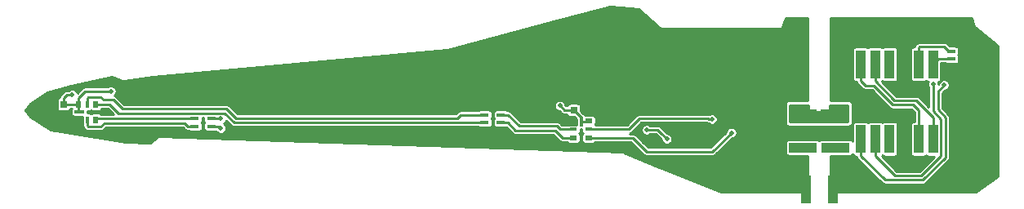
<source format=gbr>
G04 #@! TF.GenerationSoftware,KiCad,Pcbnew,(5.1.5)-3*
G04 #@! TF.CreationDate,2021-03-06T07:43:48-05:00*
G04 #@! TF.ProjectId,Body,426f6479-2e6b-4696-9361-645f70636258,rev?*
G04 #@! TF.SameCoordinates,Original*
G04 #@! TF.FileFunction,Copper,L2,Bot*
G04 #@! TF.FilePolarity,Positive*
%FSLAX46Y46*%
G04 Gerber Fmt 4.6, Leading zero omitted, Abs format (unit mm)*
G04 Created by KiCad (PCBNEW (5.1.5)-3) date 2021-03-06 07:43:48*
%MOMM*%
%LPD*%
G04 APERTURE LIST*
%ADD10R,0.900000X0.400000*%
%ADD11R,0.750000X0.800000*%
%ADD12R,0.800000X0.750000*%
%ADD13R,1.000000X3.000000*%
%ADD14C,0.800000*%
%ADD15R,3.000000X1.000000*%
%ADD16R,0.300000X1.000000*%
%ADD17R,0.800000X0.300000*%
%ADD18R,0.800000X0.500000*%
%ADD19R,1.000000X0.300000*%
%ADD20R,0.300000X0.800000*%
%ADD21R,0.500000X0.800000*%
%ADD22C,0.500000*%
%ADD23C,0.250000*%
%ADD24C,0.254000*%
G04 APERTURE END LIST*
D10*
X87850000Y-94250000D03*
X87850000Y-95050000D03*
X86150000Y-95050000D03*
X86150000Y-94250000D03*
D11*
X72550000Y-92750000D03*
X72550000Y-94250000D03*
D12*
X126950000Y-93350000D03*
X125450000Y-93350000D03*
D13*
X155200000Y-88600000D03*
X156700000Y-88600000D03*
X159700000Y-88600000D03*
X158200000Y-88600000D03*
X161200000Y-88600000D03*
X162700000Y-88600000D03*
X155200000Y-96350000D03*
X156700000Y-96350000D03*
X159700000Y-96350000D03*
X158200000Y-96350000D03*
X161200000Y-96350000D03*
X162700000Y-96350000D03*
D14*
X153500000Y-93800000D03*
D15*
X152500000Y-93800000D03*
D13*
X152300000Y-101600000D03*
D14*
X152300000Y-100600000D03*
D13*
X149500000Y-101600000D03*
D14*
X149500000Y-100600000D03*
D15*
X149200000Y-93800000D03*
D14*
X148200000Y-93800000D03*
D15*
X149200000Y-97250000D03*
D14*
X148200000Y-97250000D03*
D15*
X152600000Y-97250000D03*
D14*
X153600000Y-97250000D03*
D10*
X117900000Y-94650000D03*
X117900000Y-93850000D03*
X116200000Y-93850000D03*
X116200000Y-94650000D03*
D16*
X126200000Y-94520000D03*
X126200000Y-96180000D03*
D17*
X125400000Y-95350000D03*
D18*
X125400000Y-96250000D03*
X125400000Y-94450000D03*
D17*
X127000000Y-95350000D03*
D18*
X127000000Y-96250000D03*
X127000000Y-94450000D03*
D19*
X74170000Y-93550000D03*
X75830000Y-93550000D03*
D20*
X75000000Y-94350000D03*
D21*
X75900000Y-94350000D03*
X74100000Y-94350000D03*
D20*
X75000000Y-92750000D03*
D21*
X75900000Y-92750000D03*
X74100000Y-92750000D03*
D10*
X166300000Y-88050000D03*
X166300000Y-87250000D03*
X164600000Y-87250000D03*
X164600000Y-88050000D03*
D14*
X158200000Y-95400000D03*
D22*
X124000000Y-92900000D03*
D14*
X158200000Y-87650000D03*
X158200000Y-89500000D03*
X158200000Y-97300000D03*
D22*
X73450000Y-91750000D03*
X77450000Y-91400000D03*
X159700000Y-99100000D03*
X159700000Y-86100000D03*
X134500000Y-97100000D03*
X69800000Y-93550000D03*
X128400000Y-93450000D03*
X128400000Y-91900000D03*
X123100000Y-92450000D03*
X134700000Y-91750000D03*
X133300000Y-93550000D03*
X153900000Y-88650000D03*
X153900000Y-90700000D03*
X134850000Y-94850000D03*
X145600000Y-93900000D03*
X77250000Y-93525000D03*
X77100000Y-90750000D03*
X74100000Y-91200000D03*
X77150000Y-95350000D03*
X89500000Y-94750000D03*
X164050000Y-91650000D03*
X159700000Y-90750000D03*
X141100000Y-95450000D03*
X143500000Y-101450000D03*
X147150000Y-97900000D03*
X142700000Y-97900000D03*
X152200000Y-91700000D03*
X155600000Y-93100000D03*
X152600000Y-98500000D03*
X88850000Y-95250003D03*
X88850000Y-94250000D03*
X139800000Y-94300000D03*
X141800000Y-95699999D03*
X163850000Y-90750000D03*
X162700000Y-90700002D03*
X135100000Y-96350000D03*
X133000000Y-95400000D03*
D23*
X126200000Y-94100000D02*
X126200000Y-94520000D01*
X125450000Y-93350000D02*
X126200000Y-94100000D01*
X126930000Y-94520000D02*
X127000000Y-94450000D01*
X126200000Y-94520000D02*
X126930000Y-94520000D01*
X125450000Y-93350000D02*
X124450000Y-93350000D01*
X124450000Y-93350000D02*
X124000000Y-92900000D01*
X72550000Y-92750000D02*
X74100000Y-92750000D01*
X74100000Y-93480000D02*
X74170000Y-93550000D01*
X74100000Y-92750000D02*
X74100000Y-93480000D01*
X72550000Y-92750000D02*
X72550000Y-92100000D01*
X72900000Y-91750000D02*
X73450000Y-91750000D01*
X72550000Y-92100000D02*
X72900000Y-91750000D01*
X74100000Y-92100000D02*
X74100000Y-92750000D01*
X74800000Y-91400000D02*
X74100000Y-92100000D01*
X77450000Y-91400000D02*
X74800000Y-91400000D01*
X75830000Y-93550000D02*
X77225000Y-93550000D01*
X77225000Y-93550000D02*
X77250000Y-93525000D01*
X87850000Y-95050000D02*
X88649997Y-95050000D01*
X88649997Y-95050000D02*
X88850000Y-95250003D01*
X87850000Y-94250000D02*
X88850000Y-94250000D01*
X76400000Y-92750000D02*
X75900000Y-92750000D01*
X78251001Y-93674999D02*
X77326002Y-92750000D01*
X89276001Y-93674999D02*
X78251001Y-93674999D01*
X90251002Y-94650000D02*
X89276001Y-93674999D01*
X77326002Y-92750000D02*
X76400000Y-92750000D01*
X116200000Y-94650000D02*
X90251002Y-94650000D01*
X75075001Y-92024999D02*
X75000000Y-92100000D01*
X75000000Y-92100000D02*
X75000000Y-92750000D01*
X76410001Y-92024999D02*
X75075001Y-92024999D01*
X77736401Y-92299991D02*
X76684992Y-92299990D01*
X78636400Y-93199990D02*
X77736401Y-92299991D01*
X116200000Y-93850000D02*
X113750000Y-93850000D01*
X76684992Y-92299990D02*
X76410001Y-92024999D01*
X113750000Y-93850000D02*
X113400000Y-94200000D01*
X113400000Y-94200000D02*
X90437412Y-94200000D01*
X90437412Y-94200000D02*
X89437402Y-93199990D01*
X89437402Y-93199990D02*
X78636400Y-93199990D01*
X139371446Y-94224999D02*
X139446447Y-94300000D01*
X139446447Y-94300000D02*
X139800000Y-94300000D01*
X132275001Y-94224999D02*
X139371446Y-94224999D01*
X131150000Y-95350000D02*
X132275001Y-94224999D01*
X127000000Y-95350000D02*
X131150000Y-95350000D01*
X139824998Y-97675001D02*
X133025001Y-97675001D01*
X141800000Y-95699999D02*
X139824998Y-97675001D01*
X131550000Y-96250000D02*
X132400000Y-97100000D01*
X127000000Y-96250000D02*
X131550000Y-96250000D01*
X133025001Y-97675001D02*
X132400000Y-97100000D01*
X155200000Y-98100000D02*
X155200000Y-96350000D01*
X157700010Y-100600010D02*
X155200000Y-98100000D01*
X161671403Y-100600009D02*
X157700010Y-100600010D01*
X163975011Y-98296401D02*
X161671403Y-100600009D01*
X163850000Y-90750000D02*
X163200000Y-91400000D01*
X163200000Y-91400000D02*
X163200000Y-93327180D01*
X163200000Y-93327180D02*
X163975011Y-94102191D01*
X163975011Y-94102191D02*
X163975011Y-98296401D01*
X158750000Y-100150000D02*
X156700000Y-98100000D01*
X163525001Y-98110001D02*
X161485002Y-100150000D01*
X161485002Y-100150000D02*
X158750000Y-100150000D01*
X163525001Y-94288591D02*
X163525001Y-98110001D01*
X162700000Y-93463590D02*
X163525001Y-94288591D01*
X156700000Y-98100000D02*
X156700000Y-96350000D01*
X162700000Y-90700002D02*
X162700000Y-93463590D01*
X164600000Y-88050000D02*
X163750000Y-88050000D01*
X163750000Y-88050000D02*
X163550000Y-88050000D01*
X163250000Y-88050000D02*
X162700000Y-88600000D01*
X164600000Y-88050000D02*
X163250000Y-88050000D01*
X161200000Y-86850000D02*
X161200000Y-88600000D01*
X161275001Y-86774999D02*
X161200000Y-86850000D01*
X164350000Y-87250000D02*
X163874999Y-86774999D01*
X163874999Y-86774999D02*
X161275001Y-86774999D01*
X164600000Y-87250000D02*
X164350000Y-87250000D01*
X155200000Y-90350000D02*
X155200000Y-88600000D01*
X155200000Y-90350000D02*
X155675000Y-90825000D01*
X155675000Y-90825000D02*
X156538590Y-90825000D01*
X156538590Y-90825000D02*
X158513600Y-92800010D01*
X158513600Y-92800010D02*
X160625010Y-92800010D01*
X161200000Y-93375000D02*
X161200000Y-96350000D01*
X160625010Y-92800010D02*
X161200000Y-93375000D01*
X156700000Y-88600000D02*
X156700000Y-90350000D01*
X156700000Y-90350000D02*
X158700000Y-92350000D01*
X158700000Y-92350000D02*
X160950000Y-92350000D01*
X162700000Y-94100000D02*
X162700000Y-96350000D01*
X160950000Y-92350000D02*
X162700000Y-94100000D01*
X75000000Y-95000000D02*
X75000000Y-94350000D01*
X75075001Y-95075001D02*
X75000000Y-95000000D01*
X76410001Y-95075001D02*
X75075001Y-95075001D01*
X76785002Y-94700000D02*
X76410001Y-95075001D01*
X85100010Y-94700010D02*
X76785002Y-94700000D01*
X85450000Y-95050000D02*
X85100010Y-94700010D01*
X86150000Y-95050000D02*
X85450000Y-95050000D01*
X76000000Y-94250000D02*
X75900000Y-94350000D01*
X86150000Y-94250000D02*
X76000000Y-94250000D01*
X119799990Y-94999990D02*
X123699990Y-94999990D01*
X124050000Y-95350000D02*
X125400000Y-95350000D01*
X123699990Y-94999990D02*
X124050000Y-95350000D01*
X118650000Y-93850000D02*
X119799990Y-94999990D01*
X117900000Y-93850000D02*
X118650000Y-93850000D01*
X118600000Y-94650000D02*
X119400000Y-95450000D01*
X117900000Y-94650000D02*
X118600000Y-94650000D01*
X119400000Y-95450000D02*
X123500000Y-95450000D01*
X124300000Y-96250000D02*
X125400000Y-96250000D01*
X123500000Y-95450000D02*
X124300000Y-96250000D01*
X135100000Y-96350000D02*
X134450000Y-95700000D01*
X134150000Y-95400000D02*
X133000000Y-95400000D01*
X134450000Y-95700000D02*
X134150000Y-95400000D01*
D24*
G36*
X149808305Y-93316216D02*
G01*
X149807448Y-93324918D01*
X149810865Y-93359616D01*
X149820986Y-93392981D01*
X149837422Y-93423729D01*
X149859541Y-93450681D01*
X149886493Y-93472800D01*
X149917241Y-93489236D01*
X149950606Y-93499357D01*
X149976612Y-93501918D01*
X149985304Y-93502774D01*
X149993996Y-93501918D01*
X151776612Y-93501918D01*
X151785304Y-93502774D01*
X151793996Y-93501918D01*
X151820002Y-93499357D01*
X151853367Y-93489236D01*
X151884115Y-93472800D01*
X151911067Y-93450681D01*
X151933186Y-93423729D01*
X151949622Y-93392981D01*
X151959743Y-93359616D01*
X151963160Y-93324918D01*
X151962304Y-93316226D01*
X151962304Y-92827000D01*
X153873000Y-92827000D01*
X153873000Y-94573000D01*
X147827000Y-94573000D01*
X147827000Y-92827000D01*
X149808305Y-92827000D01*
X149808305Y-93316216D01*
G37*
X149808305Y-93316216D02*
X149807448Y-93324918D01*
X149810865Y-93359616D01*
X149820986Y-93392981D01*
X149837422Y-93423729D01*
X149859541Y-93450681D01*
X149886493Y-93472800D01*
X149917241Y-93489236D01*
X149950606Y-93499357D01*
X149976612Y-93501918D01*
X149985304Y-93502774D01*
X149993996Y-93501918D01*
X151776612Y-93501918D01*
X151785304Y-93502774D01*
X151793996Y-93501918D01*
X151820002Y-93499357D01*
X151853367Y-93489236D01*
X151884115Y-93472800D01*
X151911067Y-93450681D01*
X151933186Y-93423729D01*
X151949622Y-93392981D01*
X151959743Y-93359616D01*
X151963160Y-93324918D01*
X151962304Y-93316226D01*
X151962304Y-92827000D01*
X153873000Y-92827000D01*
X153873000Y-94573000D01*
X147827000Y-94573000D01*
X147827000Y-92827000D01*
X149808305Y-92827000D01*
X149808305Y-93316216D01*
G36*
X131198185Y-82796655D02*
G01*
X131198192Y-82796655D01*
X132179476Y-82892103D01*
X133582356Y-84130349D01*
X134396569Y-84849011D01*
X134429732Y-84872936D01*
X134479360Y-84895614D01*
X134532459Y-84908173D01*
X134586988Y-84910133D01*
X134640852Y-84901417D01*
X134686687Y-84884333D01*
X146703671Y-84884326D01*
X146730668Y-84896381D01*
X146783873Y-84908480D01*
X146838416Y-84909967D01*
X146892202Y-84900784D01*
X146943163Y-84881285D01*
X146989341Y-84852217D01*
X147028961Y-84814701D01*
X147060500Y-84770175D01*
X147077172Y-84732836D01*
X147378507Y-83828913D01*
X149460034Y-83828919D01*
X149708304Y-83828919D01*
X149708305Y-92373000D01*
X147700000Y-92373000D01*
X147636205Y-92379283D01*
X147574863Y-92397891D01*
X147518329Y-92428109D01*
X147468776Y-92468776D01*
X147428109Y-92518329D01*
X147397891Y-92574863D01*
X147379283Y-92636205D01*
X147373000Y-92700000D01*
X147373000Y-93283939D01*
X147371418Y-93300000D01*
X147371418Y-94300000D01*
X147373000Y-94316061D01*
X147373000Y-94700000D01*
X147379283Y-94763795D01*
X147397891Y-94825137D01*
X147428109Y-94881671D01*
X147468776Y-94931224D01*
X147518329Y-94971891D01*
X147574863Y-95002109D01*
X147636205Y-95020717D01*
X147700000Y-95027000D01*
X154000000Y-95027000D01*
X154063795Y-95020717D01*
X154125137Y-95002109D01*
X154181671Y-94971891D01*
X154231224Y-94931224D01*
X154271891Y-94881671D01*
X154302109Y-94825137D01*
X154320717Y-94763795D01*
X154327000Y-94700000D01*
X154327000Y-94316061D01*
X154328582Y-94300000D01*
X154328582Y-93300000D01*
X154327000Y-93283939D01*
X154327000Y-92700000D01*
X154320717Y-92636205D01*
X154302109Y-92574863D01*
X154271891Y-92518329D01*
X154231224Y-92468776D01*
X154181671Y-92428109D01*
X154125137Y-92397891D01*
X154063795Y-92379283D01*
X154000000Y-92373000D01*
X152062304Y-92373000D01*
X152062304Y-83828918D01*
X152312684Y-83828918D01*
X166693769Y-83828911D01*
X166986837Y-84707974D01*
X166990191Y-84722247D01*
X167001051Y-84746106D01*
X167011798Y-84770173D01*
X167012379Y-84770994D01*
X167012796Y-84771909D01*
X167028128Y-84793227D01*
X167043338Y-84814698D01*
X167044070Y-84815391D01*
X167044656Y-84816206D01*
X167063859Y-84834129D01*
X167082959Y-84852214D01*
X167095374Y-84860029D01*
X169453499Y-86662976D01*
X169453506Y-100200286D01*
X167161374Y-101848322D01*
X152308467Y-101848329D01*
X152308457Y-101848328D01*
X152062305Y-101848328D01*
X152062305Y-98138934D01*
X152063645Y-98125328D01*
X152061151Y-98100000D01*
X152059041Y-98078582D01*
X154100000Y-98078582D01*
X154164103Y-98072268D01*
X154225743Y-98053570D01*
X154282550Y-98023206D01*
X154332343Y-97982343D01*
X154373206Y-97932550D01*
X154379663Y-97920469D01*
X154396430Y-97975743D01*
X154426794Y-98032550D01*
X154467657Y-98082343D01*
X154517450Y-98123206D01*
X154574257Y-98153570D01*
X154635897Y-98172268D01*
X154700000Y-98178582D01*
X154753553Y-98178582D01*
X154754540Y-98188607D01*
X154767656Y-98231844D01*
X154780386Y-98273809D01*
X154822357Y-98352332D01*
X154878841Y-98421159D01*
X154896100Y-98435323D01*
X157364697Y-100903921D01*
X157378852Y-100921169D01*
X157396099Y-100935323D01*
X157447676Y-100977652D01*
X157526200Y-101019624D01*
X157611402Y-101045470D01*
X157700009Y-101054197D01*
X157722215Y-101052010D01*
X161649188Y-101052008D01*
X161671403Y-101054196D01*
X161760010Y-101045469D01*
X161845212Y-101019623D01*
X161923736Y-100977651D01*
X161992562Y-100921167D01*
X162006722Y-100903913D01*
X164278916Y-98631720D01*
X164296170Y-98617560D01*
X164352654Y-98548734D01*
X164394625Y-98470211D01*
X164420471Y-98385008D01*
X164427011Y-98318606D01*
X164429198Y-98296401D01*
X164427011Y-98274196D01*
X164427011Y-94124395D01*
X164429198Y-94102190D01*
X164420471Y-94013583D01*
X164394625Y-93928381D01*
X164377217Y-93895813D01*
X164352654Y-93849858D01*
X164296170Y-93781032D01*
X164278922Y-93766877D01*
X163652000Y-93139957D01*
X163652000Y-91587223D01*
X163913563Y-91325661D01*
X164018305Y-91304826D01*
X164123312Y-91261331D01*
X164217816Y-91198185D01*
X164298185Y-91117816D01*
X164361331Y-91023312D01*
X164404826Y-90918305D01*
X164427000Y-90806830D01*
X164427000Y-90693170D01*
X164404826Y-90581695D01*
X164361331Y-90476688D01*
X164298185Y-90382184D01*
X164217816Y-90301815D01*
X164123312Y-90238669D01*
X164018305Y-90195174D01*
X163906830Y-90173000D01*
X163793170Y-90173000D01*
X163681695Y-90195174D01*
X163576688Y-90238669D01*
X163482184Y-90301815D01*
X163401815Y-90382184D01*
X163338669Y-90476688D01*
X163295174Y-90581695D01*
X163277000Y-90673061D01*
X163277000Y-90643172D01*
X163254826Y-90531697D01*
X163211640Y-90427436D01*
X163264103Y-90422268D01*
X163325743Y-90403570D01*
X163382550Y-90373206D01*
X163432343Y-90332343D01*
X163473206Y-90282550D01*
X163503570Y-90225743D01*
X163522268Y-90164103D01*
X163528582Y-90100000D01*
X163528582Y-88502000D01*
X163941610Y-88502000D01*
X163967450Y-88523206D01*
X164024257Y-88553570D01*
X164085897Y-88572268D01*
X164150000Y-88578582D01*
X165050000Y-88578582D01*
X165114103Y-88572268D01*
X165175743Y-88553570D01*
X165232550Y-88523206D01*
X165282343Y-88482343D01*
X165323206Y-88432550D01*
X165353570Y-88375743D01*
X165372268Y-88314103D01*
X165378582Y-88250000D01*
X165378582Y-87850000D01*
X165372268Y-87785897D01*
X165353570Y-87724257D01*
X165323206Y-87667450D01*
X165308886Y-87650000D01*
X165323206Y-87632550D01*
X165353570Y-87575743D01*
X165372268Y-87514103D01*
X165378582Y-87450000D01*
X165378582Y-87050000D01*
X165372268Y-86985897D01*
X165353570Y-86924257D01*
X165323206Y-86867450D01*
X165282343Y-86817657D01*
X165232550Y-86776794D01*
X165175743Y-86746430D01*
X165114103Y-86727732D01*
X165050000Y-86721418D01*
X164460642Y-86721418D01*
X164210322Y-86471099D01*
X164196158Y-86453840D01*
X164127332Y-86397356D01*
X164048809Y-86355385D01*
X163963606Y-86329539D01*
X163897204Y-86322999D01*
X163874999Y-86320812D01*
X163852794Y-86322999D01*
X161297203Y-86322999D01*
X161275000Y-86320812D01*
X161252798Y-86322999D01*
X161252796Y-86322999D01*
X161186394Y-86329539D01*
X161101191Y-86355385D01*
X161022668Y-86397356D01*
X160953842Y-86453840D01*
X160939681Y-86471096D01*
X160896099Y-86514678D01*
X160878841Y-86528841D01*
X160822357Y-86597668D01*
X160810278Y-86620267D01*
X160780386Y-86676191D01*
X160754540Y-86761393D01*
X160753553Y-86771418D01*
X160700000Y-86771418D01*
X160635897Y-86777732D01*
X160574257Y-86796430D01*
X160517450Y-86826794D01*
X160467657Y-86867657D01*
X160426794Y-86917450D01*
X160396430Y-86974257D01*
X160377732Y-87035897D01*
X160371418Y-87100000D01*
X160371418Y-90100000D01*
X160377732Y-90164103D01*
X160396430Y-90225743D01*
X160426794Y-90282550D01*
X160467657Y-90332343D01*
X160517450Y-90373206D01*
X160574257Y-90403570D01*
X160635897Y-90422268D01*
X160700000Y-90428582D01*
X161700000Y-90428582D01*
X161764103Y-90422268D01*
X161825743Y-90403570D01*
X161882550Y-90373206D01*
X161932343Y-90332343D01*
X161950000Y-90310827D01*
X161967657Y-90332343D01*
X162017450Y-90373206D01*
X162074257Y-90403570D01*
X162135897Y-90422268D01*
X162188360Y-90427436D01*
X162145174Y-90531697D01*
X162123000Y-90643172D01*
X162123000Y-90756832D01*
X162145174Y-90868307D01*
X162188669Y-90973314D01*
X162248000Y-91062109D01*
X162248001Y-93008777D01*
X161285323Y-92046100D01*
X161271159Y-92028841D01*
X161202333Y-91972357D01*
X161123810Y-91930386D01*
X161038607Y-91904540D01*
X160972205Y-91898000D01*
X160950000Y-91895813D01*
X160927795Y-91898000D01*
X158887225Y-91898000D01*
X157369438Y-90380215D01*
X157382550Y-90373206D01*
X157432343Y-90332343D01*
X157450000Y-90310827D01*
X157467657Y-90332343D01*
X157517450Y-90373206D01*
X157574257Y-90403570D01*
X157635897Y-90422268D01*
X157700000Y-90428582D01*
X158700000Y-90428582D01*
X158764103Y-90422268D01*
X158825743Y-90403570D01*
X158882550Y-90373206D01*
X158932343Y-90332343D01*
X158973206Y-90282550D01*
X159003570Y-90225743D01*
X159022268Y-90164103D01*
X159028582Y-90100000D01*
X159028582Y-87100000D01*
X159022268Y-87035897D01*
X159003570Y-86974257D01*
X158973206Y-86917450D01*
X158932343Y-86867657D01*
X158882550Y-86826794D01*
X158825743Y-86796430D01*
X158764103Y-86777732D01*
X158700000Y-86771418D01*
X157700000Y-86771418D01*
X157635897Y-86777732D01*
X157574257Y-86796430D01*
X157517450Y-86826794D01*
X157467657Y-86867657D01*
X157450000Y-86889173D01*
X157432343Y-86867657D01*
X157382550Y-86826794D01*
X157325743Y-86796430D01*
X157264103Y-86777732D01*
X157200000Y-86771418D01*
X156200000Y-86771418D01*
X156135897Y-86777732D01*
X156074257Y-86796430D01*
X156017450Y-86826794D01*
X155967657Y-86867657D01*
X155950000Y-86889173D01*
X155932343Y-86867657D01*
X155882550Y-86826794D01*
X155825743Y-86796430D01*
X155764103Y-86777732D01*
X155700000Y-86771418D01*
X154700000Y-86771418D01*
X154635897Y-86777732D01*
X154574257Y-86796430D01*
X154517450Y-86826794D01*
X154467657Y-86867657D01*
X154426794Y-86917450D01*
X154396430Y-86974257D01*
X154377732Y-87035897D01*
X154371418Y-87100000D01*
X154371418Y-90100000D01*
X154377732Y-90164103D01*
X154396430Y-90225743D01*
X154426794Y-90282550D01*
X154467657Y-90332343D01*
X154517450Y-90373206D01*
X154574257Y-90403570D01*
X154635897Y-90422268D01*
X154700000Y-90428582D01*
X154753553Y-90428582D01*
X154754540Y-90438607D01*
X154760102Y-90456943D01*
X154780386Y-90523809D01*
X154822357Y-90602332D01*
X154878841Y-90671159D01*
X154896100Y-90685323D01*
X155339685Y-91128910D01*
X155353841Y-91146159D01*
X155422667Y-91202643D01*
X155501190Y-91244614D01*
X155586393Y-91270460D01*
X155652795Y-91277000D01*
X155652796Y-91277000D01*
X155674999Y-91279187D01*
X155697202Y-91277000D01*
X156351367Y-91277000D01*
X158178281Y-93103915D01*
X158192441Y-93121169D01*
X158261267Y-93177653D01*
X158310391Y-93203910D01*
X158339790Y-93219624D01*
X158424992Y-93245470D01*
X158513600Y-93254197D01*
X158535805Y-93252010D01*
X160437787Y-93252010D01*
X160748000Y-93562224D01*
X160748000Y-94521418D01*
X160700000Y-94521418D01*
X160635897Y-94527732D01*
X160574257Y-94546430D01*
X160517450Y-94576794D01*
X160467657Y-94617657D01*
X160426794Y-94667450D01*
X160396430Y-94724257D01*
X160377732Y-94785897D01*
X160371418Y-94850000D01*
X160371418Y-97850000D01*
X160377732Y-97914103D01*
X160396430Y-97975743D01*
X160426794Y-98032550D01*
X160467657Y-98082343D01*
X160517450Y-98123206D01*
X160574257Y-98153570D01*
X160635897Y-98172268D01*
X160700000Y-98178582D01*
X161700000Y-98178582D01*
X161764103Y-98172268D01*
X161825743Y-98153570D01*
X161882550Y-98123206D01*
X161932343Y-98082343D01*
X161950000Y-98060827D01*
X161967657Y-98082343D01*
X162017450Y-98123206D01*
X162074257Y-98153570D01*
X162135897Y-98172268D01*
X162200000Y-98178582D01*
X162817195Y-98178582D01*
X161297779Y-99698000D01*
X158937224Y-99698000D01*
X157369438Y-98130215D01*
X157382550Y-98123206D01*
X157432343Y-98082343D01*
X157450000Y-98060827D01*
X157467657Y-98082343D01*
X157517450Y-98123206D01*
X157574257Y-98153570D01*
X157635897Y-98172268D01*
X157700000Y-98178582D01*
X158700000Y-98178582D01*
X158764103Y-98172268D01*
X158825743Y-98153570D01*
X158882550Y-98123206D01*
X158932343Y-98082343D01*
X158973206Y-98032550D01*
X159003570Y-97975743D01*
X159022268Y-97914103D01*
X159028582Y-97850000D01*
X159028582Y-94850000D01*
X159022268Y-94785897D01*
X159003570Y-94724257D01*
X158973206Y-94667450D01*
X158932343Y-94617657D01*
X158882550Y-94576794D01*
X158825743Y-94546430D01*
X158764103Y-94527732D01*
X158700000Y-94521418D01*
X157700000Y-94521418D01*
X157635897Y-94527732D01*
X157574257Y-94546430D01*
X157517450Y-94576794D01*
X157467657Y-94617657D01*
X157450000Y-94639173D01*
X157432343Y-94617657D01*
X157382550Y-94576794D01*
X157325743Y-94546430D01*
X157264103Y-94527732D01*
X157200000Y-94521418D01*
X156200000Y-94521418D01*
X156135897Y-94527732D01*
X156074257Y-94546430D01*
X156017450Y-94576794D01*
X155967657Y-94617657D01*
X155950000Y-94639173D01*
X155932343Y-94617657D01*
X155882550Y-94576794D01*
X155825743Y-94546430D01*
X155764103Y-94527732D01*
X155700000Y-94521418D01*
X154700000Y-94521418D01*
X154635897Y-94527732D01*
X154574257Y-94546430D01*
X154517450Y-94576794D01*
X154467657Y-94617657D01*
X154426794Y-94667450D01*
X154396430Y-94724257D01*
X154377732Y-94785897D01*
X154371418Y-94850000D01*
X154371418Y-96565271D01*
X154332343Y-96517657D01*
X154282550Y-96476794D01*
X154225743Y-96446430D01*
X154164103Y-96427732D01*
X154100000Y-96421418D01*
X151100000Y-96421418D01*
X151035897Y-96427732D01*
X150974257Y-96446430D01*
X150917450Y-96476794D01*
X150900000Y-96491114D01*
X150882550Y-96476794D01*
X150825743Y-96446430D01*
X150764103Y-96427732D01*
X150700000Y-96421418D01*
X147700000Y-96421418D01*
X147635897Y-96427732D01*
X147574257Y-96446430D01*
X147517450Y-96476794D01*
X147467657Y-96517657D01*
X147426794Y-96567450D01*
X147396430Y-96624257D01*
X147377732Y-96685897D01*
X147371418Y-96750000D01*
X147371418Y-97750000D01*
X147377732Y-97814103D01*
X147396430Y-97875743D01*
X147426794Y-97932550D01*
X147467657Y-97982343D01*
X147517450Y-98023206D01*
X147574257Y-98053570D01*
X147635897Y-98072268D01*
X147700000Y-98078582D01*
X149711569Y-98078582D01*
X149706965Y-98125328D01*
X149708305Y-98138934D01*
X149708306Y-101848328D01*
X140716327Y-101848330D01*
X133694041Y-99008640D01*
X130673245Y-97751262D01*
X130665376Y-97746698D01*
X130648096Y-97740794D01*
X130643884Y-97739041D01*
X130635258Y-97736408D01*
X130613742Y-97729057D01*
X130609174Y-97728446D01*
X130604773Y-97727103D01*
X130582193Y-97724840D01*
X130573211Y-97723639D01*
X130568626Y-97723480D01*
X130550481Y-97721661D01*
X130541441Y-97722536D01*
X82541643Y-96055668D01*
X82514896Y-96054668D01*
X82501034Y-96056891D01*
X82487020Y-96057781D01*
X82474162Y-96061199D01*
X82461020Y-96063306D01*
X82447850Y-96068193D01*
X82434286Y-96071799D01*
X82422345Y-96077658D01*
X82409864Y-96082290D01*
X82397900Y-96089653D01*
X82385302Y-96095835D01*
X82364127Y-96112016D01*
X81561755Y-96721811D01*
X79003488Y-96692274D01*
X71202635Y-95411145D01*
X69131156Y-94056434D01*
X68613404Y-93376521D01*
X69133246Y-92693864D01*
X69632236Y-92350000D01*
X71846418Y-92350000D01*
X71846418Y-93150000D01*
X71852732Y-93214103D01*
X71871430Y-93275743D01*
X71901794Y-93332550D01*
X71942657Y-93382343D01*
X71992450Y-93423206D01*
X72049257Y-93453570D01*
X72110897Y-93472268D01*
X72175000Y-93478582D01*
X72925000Y-93478582D01*
X72989103Y-93472268D01*
X73050743Y-93453570D01*
X73107550Y-93423206D01*
X73157343Y-93382343D01*
X73198206Y-93332550D01*
X73228570Y-93275743D01*
X73247268Y-93214103D01*
X73248460Y-93202000D01*
X73409473Y-93202000D01*
X73396794Y-93217450D01*
X73366430Y-93274257D01*
X73347732Y-93335897D01*
X73341418Y-93400000D01*
X73341418Y-93700000D01*
X73347732Y-93764103D01*
X73366430Y-93825743D01*
X73396794Y-93882550D01*
X73437657Y-93932343D01*
X73487450Y-93973206D01*
X73544257Y-94003570D01*
X73605897Y-94022268D01*
X73670000Y-94028582D01*
X74521418Y-94028582D01*
X74521418Y-94750000D01*
X74527732Y-94814103D01*
X74546430Y-94875743D01*
X74548000Y-94878681D01*
X74548000Y-94977794D01*
X74545813Y-95000000D01*
X74554540Y-95088607D01*
X74571699Y-95145173D01*
X74580386Y-95173809D01*
X74622357Y-95252332D01*
X74678841Y-95321159D01*
X74696099Y-95335322D01*
X74739681Y-95378904D01*
X74753842Y-95396160D01*
X74822668Y-95452644D01*
X74901191Y-95494615D01*
X74986394Y-95520461D01*
X75052796Y-95527001D01*
X75052798Y-95527001D01*
X75075000Y-95529188D01*
X75097203Y-95527001D01*
X76387796Y-95527001D01*
X76410001Y-95529188D01*
X76432206Y-95527001D01*
X76498608Y-95520461D01*
X76583811Y-95494615D01*
X76662334Y-95452644D01*
X76731160Y-95396160D01*
X76745324Y-95378901D01*
X76972226Y-95151999D01*
X84912786Y-95152010D01*
X85114681Y-95353905D01*
X85128841Y-95371159D01*
X85197667Y-95427643D01*
X85252273Y-95456830D01*
X85276190Y-95469614D01*
X85361392Y-95495460D01*
X85450000Y-95504187D01*
X85472205Y-95502000D01*
X85491610Y-95502000D01*
X85517450Y-95523206D01*
X85574257Y-95553570D01*
X85635897Y-95572268D01*
X85700000Y-95578582D01*
X86600000Y-95578582D01*
X86664103Y-95572268D01*
X86725743Y-95553570D01*
X86782550Y-95523206D01*
X86832343Y-95482343D01*
X86873206Y-95432550D01*
X86903570Y-95375743D01*
X86922268Y-95314103D01*
X86928582Y-95250000D01*
X86928582Y-94850000D01*
X86922268Y-94785897D01*
X86903570Y-94724257D01*
X86873206Y-94667450D01*
X86858886Y-94650000D01*
X86873206Y-94632550D01*
X86903570Y-94575743D01*
X86922268Y-94514103D01*
X86928582Y-94450000D01*
X86928582Y-94126999D01*
X87071418Y-94126999D01*
X87071418Y-94450000D01*
X87077732Y-94514103D01*
X87096430Y-94575743D01*
X87126794Y-94632550D01*
X87141114Y-94650000D01*
X87126794Y-94667450D01*
X87096430Y-94724257D01*
X87077732Y-94785897D01*
X87071418Y-94850000D01*
X87071418Y-95250000D01*
X87077732Y-95314103D01*
X87096430Y-95375743D01*
X87126794Y-95432550D01*
X87167657Y-95482343D01*
X87217450Y-95523206D01*
X87274257Y-95553570D01*
X87335897Y-95572268D01*
X87400000Y-95578582D01*
X88300000Y-95578582D01*
X88364103Y-95572268D01*
X88370152Y-95570433D01*
X88401815Y-95617819D01*
X88482184Y-95698188D01*
X88576688Y-95761334D01*
X88681695Y-95804829D01*
X88793170Y-95827003D01*
X88906830Y-95827003D01*
X89018305Y-95804829D01*
X89123312Y-95761334D01*
X89217816Y-95698188D01*
X89298185Y-95617819D01*
X89361331Y-95523315D01*
X89404826Y-95418308D01*
X89427000Y-95306833D01*
X89427000Y-95193173D01*
X89404826Y-95081698D01*
X89361331Y-94976691D01*
X89298185Y-94882187D01*
X89217816Y-94801818D01*
X89140268Y-94750002D01*
X89217816Y-94698185D01*
X89298185Y-94617816D01*
X89361331Y-94523312D01*
X89397579Y-94435801D01*
X89915683Y-94953905D01*
X89929843Y-94971159D01*
X89998669Y-95027643D01*
X90051041Y-95055636D01*
X90077192Y-95069614D01*
X90162394Y-95095460D01*
X90251002Y-95104187D01*
X90273207Y-95102000D01*
X115541610Y-95102000D01*
X115567450Y-95123206D01*
X115624257Y-95153570D01*
X115685897Y-95172268D01*
X115750000Y-95178582D01*
X116650000Y-95178582D01*
X116714103Y-95172268D01*
X116775743Y-95153570D01*
X116832550Y-95123206D01*
X116882343Y-95082343D01*
X116923206Y-95032550D01*
X116953570Y-94975743D01*
X116972268Y-94914103D01*
X116978582Y-94850000D01*
X116978582Y-94450000D01*
X116972268Y-94385897D01*
X116953570Y-94324257D01*
X116923206Y-94267450D01*
X116908886Y-94250000D01*
X116923206Y-94232550D01*
X116953570Y-94175743D01*
X116972268Y-94114103D01*
X116978582Y-94050000D01*
X116978582Y-93650000D01*
X117121418Y-93650000D01*
X117121418Y-94050000D01*
X117127732Y-94114103D01*
X117146430Y-94175743D01*
X117176794Y-94232550D01*
X117191114Y-94250000D01*
X117176794Y-94267450D01*
X117146430Y-94324257D01*
X117127732Y-94385897D01*
X117121418Y-94450000D01*
X117121418Y-94850000D01*
X117127732Y-94914103D01*
X117146430Y-94975743D01*
X117176794Y-95032550D01*
X117217657Y-95082343D01*
X117267450Y-95123206D01*
X117324257Y-95153570D01*
X117385897Y-95172268D01*
X117450000Y-95178582D01*
X118350000Y-95178582D01*
X118414103Y-95172268D01*
X118466999Y-95156222D01*
X119064681Y-95753905D01*
X119078841Y-95771159D01*
X119147667Y-95827643D01*
X119214632Y-95863436D01*
X119226190Y-95869614D01*
X119311392Y-95895460D01*
X119400000Y-95904187D01*
X119422205Y-95902000D01*
X123312777Y-95902000D01*
X123964681Y-96553905D01*
X123978841Y-96571159D01*
X124047667Y-96627643D01*
X124091811Y-96651238D01*
X124126190Y-96669614D01*
X124211392Y-96695460D01*
X124300000Y-96704187D01*
X124322205Y-96702000D01*
X124742756Y-96702000D01*
X124767657Y-96732343D01*
X124817450Y-96773206D01*
X124874257Y-96803570D01*
X124935897Y-96822268D01*
X125000000Y-96828582D01*
X125800000Y-96828582D01*
X125864103Y-96822268D01*
X125925743Y-96803570D01*
X125982550Y-96773206D01*
X126032343Y-96732343D01*
X126073206Y-96682550D01*
X126103570Y-96625743D01*
X126122268Y-96564103D01*
X126128582Y-96500000D01*
X126128582Y-96000000D01*
X126122268Y-95935897D01*
X126103570Y-95874257D01*
X126073206Y-95817450D01*
X126032343Y-95767657D01*
X126010827Y-95750000D01*
X126032343Y-95732343D01*
X126073206Y-95682550D01*
X126103570Y-95625743D01*
X126122268Y-95564103D01*
X126128582Y-95500000D01*
X126128582Y-95348582D01*
X126271418Y-95348582D01*
X126271418Y-95500000D01*
X126277732Y-95564103D01*
X126296430Y-95625743D01*
X126326794Y-95682550D01*
X126367657Y-95732343D01*
X126389173Y-95750000D01*
X126367657Y-95767657D01*
X126326794Y-95817450D01*
X126296430Y-95874257D01*
X126277732Y-95935897D01*
X126271418Y-96000000D01*
X126271418Y-96500000D01*
X126277732Y-96564103D01*
X126296430Y-96625743D01*
X126326794Y-96682550D01*
X126367657Y-96732343D01*
X126417450Y-96773206D01*
X126474257Y-96803570D01*
X126535897Y-96822268D01*
X126600000Y-96828582D01*
X127400000Y-96828582D01*
X127464103Y-96822268D01*
X127525743Y-96803570D01*
X127582550Y-96773206D01*
X127632343Y-96732343D01*
X127657244Y-96702000D01*
X131362777Y-96702000D01*
X132071361Y-97410585D01*
X132077630Y-97417606D01*
X132087030Y-97426254D01*
X132096089Y-97435313D01*
X132103385Y-97441301D01*
X132695676Y-97986210D01*
X132703842Y-97996160D01*
X132728383Y-98016300D01*
X132735312Y-98022675D01*
X132745519Y-98030363D01*
X132772668Y-98052644D01*
X132781037Y-98057118D01*
X132788608Y-98062820D01*
X132820219Y-98078060D01*
X132851191Y-98094615D01*
X132860267Y-98097368D01*
X132868810Y-98101487D01*
X132902806Y-98110272D01*
X132936394Y-98120461D01*
X132945830Y-98121390D01*
X132955015Y-98123764D01*
X132990069Y-98125748D01*
X133002796Y-98127001D01*
X133012222Y-98127001D01*
X133043909Y-98128794D01*
X133056649Y-98127001D01*
X139802793Y-98127001D01*
X139824998Y-98129188D01*
X139847203Y-98127001D01*
X139913605Y-98120461D01*
X139998808Y-98094615D01*
X140077331Y-98052644D01*
X140146157Y-97996160D01*
X140160321Y-97978901D01*
X141863563Y-96275660D01*
X141968305Y-96254825D01*
X142073312Y-96211330D01*
X142167816Y-96148184D01*
X142248185Y-96067815D01*
X142311331Y-95973311D01*
X142354826Y-95868304D01*
X142377000Y-95756829D01*
X142377000Y-95643169D01*
X142354826Y-95531694D01*
X142311331Y-95426687D01*
X142248185Y-95332183D01*
X142167816Y-95251814D01*
X142073312Y-95188668D01*
X141968305Y-95145173D01*
X141856830Y-95122999D01*
X141743170Y-95122999D01*
X141631695Y-95145173D01*
X141526688Y-95188668D01*
X141432184Y-95251814D01*
X141351815Y-95332183D01*
X141288669Y-95426687D01*
X141245174Y-95531694D01*
X141224339Y-95636436D01*
X139637775Y-97223001D01*
X133201292Y-97223001D01*
X132712962Y-96773738D01*
X131885323Y-95946100D01*
X131871159Y-95928841D01*
X131802333Y-95872357D01*
X131723810Y-95830386D01*
X131638607Y-95804540D01*
X131572205Y-95798000D01*
X131550000Y-95795813D01*
X131527795Y-95798000D01*
X131212818Y-95798000D01*
X131238607Y-95795460D01*
X131323810Y-95769614D01*
X131402333Y-95727643D01*
X131471159Y-95671159D01*
X131485323Y-95653900D01*
X131796053Y-95343170D01*
X132423000Y-95343170D01*
X132423000Y-95456830D01*
X132445174Y-95568305D01*
X132488669Y-95673312D01*
X132551815Y-95767816D01*
X132632184Y-95848185D01*
X132726688Y-95911331D01*
X132831695Y-95954826D01*
X132943170Y-95977000D01*
X133056830Y-95977000D01*
X133168305Y-95954826D01*
X133273312Y-95911331D01*
X133362106Y-95852000D01*
X133962777Y-95852000D01*
X134146089Y-96035313D01*
X134146094Y-96035317D01*
X134524339Y-96413563D01*
X134545174Y-96518305D01*
X134588669Y-96623312D01*
X134651815Y-96717816D01*
X134732184Y-96798185D01*
X134826688Y-96861331D01*
X134931695Y-96904826D01*
X135043170Y-96927000D01*
X135156830Y-96927000D01*
X135268305Y-96904826D01*
X135373312Y-96861331D01*
X135467816Y-96798185D01*
X135548185Y-96717816D01*
X135611331Y-96623312D01*
X135654826Y-96518305D01*
X135677000Y-96406830D01*
X135677000Y-96293170D01*
X135654826Y-96181695D01*
X135611331Y-96076688D01*
X135548185Y-95982184D01*
X135467816Y-95901815D01*
X135373312Y-95838669D01*
X135268305Y-95795174D01*
X135163563Y-95774339D01*
X134785317Y-95396094D01*
X134785313Y-95396089D01*
X134485323Y-95096100D01*
X134471159Y-95078841D01*
X134402333Y-95022357D01*
X134323810Y-94980386D01*
X134238607Y-94954540D01*
X134216189Y-94952332D01*
X134150000Y-94945813D01*
X134127795Y-94948000D01*
X133362106Y-94948000D01*
X133273312Y-94888669D01*
X133168305Y-94845174D01*
X133056830Y-94823000D01*
X132943170Y-94823000D01*
X132831695Y-94845174D01*
X132726688Y-94888669D01*
X132632184Y-94951815D01*
X132551815Y-95032184D01*
X132488669Y-95126688D01*
X132445174Y-95231695D01*
X132423000Y-95343170D01*
X131796053Y-95343170D01*
X132462225Y-94676999D01*
X139193329Y-94676999D01*
X139194114Y-94677643D01*
X139272637Y-94719614D01*
X139357840Y-94745460D01*
X139424242Y-94752000D01*
X139424244Y-94752000D01*
X139440254Y-94753577D01*
X139526688Y-94811331D01*
X139631695Y-94854826D01*
X139743170Y-94877000D01*
X139856830Y-94877000D01*
X139968305Y-94854826D01*
X140073312Y-94811331D01*
X140167816Y-94748185D01*
X140248185Y-94667816D01*
X140311331Y-94573312D01*
X140354826Y-94468305D01*
X140377000Y-94356830D01*
X140377000Y-94243170D01*
X140354826Y-94131695D01*
X140311331Y-94026688D01*
X140248185Y-93932184D01*
X140167816Y-93851815D01*
X140073312Y-93788669D01*
X139968305Y-93745174D01*
X139856830Y-93723000D01*
X139743170Y-93723000D01*
X139631695Y-93745174D01*
X139526688Y-93788669D01*
X139515280Y-93796292D01*
X139460053Y-93779539D01*
X139393651Y-93772999D01*
X139371446Y-93770812D01*
X139349241Y-93772999D01*
X132297206Y-93772999D01*
X132275001Y-93770812D01*
X132186393Y-93779539D01*
X132131839Y-93796088D01*
X132101191Y-93805385D01*
X132022668Y-93847356D01*
X131953842Y-93903840D01*
X131939682Y-93921094D01*
X130962777Y-94898000D01*
X127660527Y-94898000D01*
X127673206Y-94882550D01*
X127703570Y-94825743D01*
X127722268Y-94764103D01*
X127728582Y-94700000D01*
X127728582Y-94200000D01*
X127722268Y-94135897D01*
X127703570Y-94074257D01*
X127673206Y-94017450D01*
X127632343Y-93967657D01*
X127582550Y-93926794D01*
X127525743Y-93896430D01*
X127464103Y-93877732D01*
X127400000Y-93871418D01*
X126641362Y-93871418D01*
X126623206Y-93837450D01*
X126582343Y-93787657D01*
X126532550Y-93746794D01*
X126475743Y-93716430D01*
X126446908Y-93707683D01*
X126178582Y-93439358D01*
X126178582Y-92975000D01*
X126172268Y-92910897D01*
X126153570Y-92849257D01*
X126123206Y-92792450D01*
X126082343Y-92742657D01*
X126032550Y-92701794D01*
X125975743Y-92671430D01*
X125914103Y-92652732D01*
X125850000Y-92646418D01*
X125050000Y-92646418D01*
X124985897Y-92652732D01*
X124924257Y-92671430D01*
X124867450Y-92701794D01*
X124817657Y-92742657D01*
X124776794Y-92792450D01*
X124746430Y-92849257D01*
X124731644Y-92898000D01*
X124637224Y-92898000D01*
X124575661Y-92836436D01*
X124554826Y-92731695D01*
X124511331Y-92626688D01*
X124448185Y-92532184D01*
X124367816Y-92451815D01*
X124273312Y-92388669D01*
X124168305Y-92345174D01*
X124056830Y-92323000D01*
X123943170Y-92323000D01*
X123831695Y-92345174D01*
X123726688Y-92388669D01*
X123632184Y-92451815D01*
X123551815Y-92532184D01*
X123488669Y-92626688D01*
X123445174Y-92731695D01*
X123423000Y-92843170D01*
X123423000Y-92956830D01*
X123445174Y-93068305D01*
X123488669Y-93173312D01*
X123551815Y-93267816D01*
X123632184Y-93348185D01*
X123726688Y-93411331D01*
X123831695Y-93454826D01*
X123936436Y-93475661D01*
X124114685Y-93653910D01*
X124128841Y-93671159D01*
X124197667Y-93727643D01*
X124264950Y-93763606D01*
X124276190Y-93769614D01*
X124361392Y-93795460D01*
X124449999Y-93804187D01*
X124472204Y-93802000D01*
X124731644Y-93802000D01*
X124746430Y-93850743D01*
X124776794Y-93907550D01*
X124817657Y-93957343D01*
X124867450Y-93998206D01*
X124924257Y-94028570D01*
X124985897Y-94047268D01*
X125050000Y-94053582D01*
X125514358Y-94053582D01*
X125721418Y-94260643D01*
X125721418Y-94871418D01*
X125000000Y-94871418D01*
X124935897Y-94877732D01*
X124874257Y-94896430D01*
X124871320Y-94898000D01*
X124237224Y-94898000D01*
X124035313Y-94696090D01*
X124021149Y-94678831D01*
X123952323Y-94622347D01*
X123873800Y-94580376D01*
X123788597Y-94554530D01*
X123722195Y-94547990D01*
X123699990Y-94545803D01*
X123677785Y-94547990D01*
X119987215Y-94547990D01*
X118985323Y-93546100D01*
X118971159Y-93528841D01*
X118902333Y-93472357D01*
X118823810Y-93430386D01*
X118738607Y-93404540D01*
X118672205Y-93398000D01*
X118650000Y-93395813D01*
X118627795Y-93398000D01*
X118558390Y-93398000D01*
X118532550Y-93376794D01*
X118475743Y-93346430D01*
X118414103Y-93327732D01*
X118350000Y-93321418D01*
X117450000Y-93321418D01*
X117385897Y-93327732D01*
X117324257Y-93346430D01*
X117267450Y-93376794D01*
X117217657Y-93417657D01*
X117176794Y-93467450D01*
X117146430Y-93524257D01*
X117127732Y-93585897D01*
X117121418Y-93650000D01*
X116978582Y-93650000D01*
X116972268Y-93585897D01*
X116953570Y-93524257D01*
X116923206Y-93467450D01*
X116882343Y-93417657D01*
X116832550Y-93376794D01*
X116775743Y-93346430D01*
X116714103Y-93327732D01*
X116650000Y-93321418D01*
X115750000Y-93321418D01*
X115685897Y-93327732D01*
X115624257Y-93346430D01*
X115567450Y-93376794D01*
X115541610Y-93398000D01*
X113772205Y-93398000D01*
X113750000Y-93395813D01*
X113661392Y-93404540D01*
X113601639Y-93422666D01*
X113576190Y-93430386D01*
X113497667Y-93472357D01*
X113428841Y-93528841D01*
X113414681Y-93546095D01*
X113212777Y-93748000D01*
X90624636Y-93748000D01*
X89772725Y-92896090D01*
X89758561Y-92878831D01*
X89689735Y-92822347D01*
X89611212Y-92780376D01*
X89526009Y-92754530D01*
X89459607Y-92747990D01*
X89437402Y-92745803D01*
X89415197Y-92747990D01*
X78823624Y-92747990D01*
X78071720Y-91996087D01*
X78057560Y-91978833D01*
X77988734Y-91922349D01*
X77968121Y-91911331D01*
X77910210Y-91880377D01*
X77825008Y-91854531D01*
X77810463Y-91853098D01*
X77817816Y-91848185D01*
X77898185Y-91767816D01*
X77961331Y-91673312D01*
X78004826Y-91568305D01*
X78027000Y-91456830D01*
X78027000Y-91343170D01*
X78004826Y-91231695D01*
X77961331Y-91126688D01*
X77898185Y-91032184D01*
X77817816Y-90951815D01*
X77723312Y-90888669D01*
X77618305Y-90845174D01*
X77506830Y-90823000D01*
X77393170Y-90823000D01*
X77281695Y-90845174D01*
X77176688Y-90888669D01*
X77087894Y-90948000D01*
X74822202Y-90948000D01*
X74799999Y-90945813D01*
X74777796Y-90948000D01*
X74777795Y-90948000D01*
X74711393Y-90954540D01*
X74626190Y-90980386D01*
X74547667Y-91022357D01*
X74478841Y-91078841D01*
X74464685Y-91096090D01*
X73997286Y-91563491D01*
X73961331Y-91476688D01*
X73898185Y-91382184D01*
X73817816Y-91301815D01*
X73723312Y-91238669D01*
X73618305Y-91195174D01*
X73506830Y-91173000D01*
X73393170Y-91173000D01*
X73281695Y-91195174D01*
X73176688Y-91238669D01*
X73087894Y-91298000D01*
X72922205Y-91298000D01*
X72900000Y-91295813D01*
X72811392Y-91304540D01*
X72737352Y-91327000D01*
X72726190Y-91330386D01*
X72647667Y-91372357D01*
X72578841Y-91428841D01*
X72564681Y-91446095D01*
X72246095Y-91764681D01*
X72228842Y-91778841D01*
X72179793Y-91838607D01*
X72172358Y-91847667D01*
X72130386Y-91926191D01*
X72104540Y-92011393D01*
X72102685Y-92030223D01*
X72049257Y-92046430D01*
X71992450Y-92076794D01*
X71942657Y-92117657D01*
X71901794Y-92167450D01*
X71871430Y-92224257D01*
X71852732Y-92285897D01*
X71846418Y-92350000D01*
X69632236Y-92350000D01*
X70862793Y-91502000D01*
X73338962Y-90848564D01*
X77599907Y-89932465D01*
X78623839Y-90316450D01*
X78625212Y-90317280D01*
X78649228Y-90325972D01*
X78660600Y-90330236D01*
X78662165Y-90330653D01*
X78676519Y-90335848D01*
X78688446Y-90337661D01*
X78700112Y-90340772D01*
X78715365Y-90341754D01*
X78730464Y-90344049D01*
X78742514Y-90343501D01*
X78754563Y-90344276D01*
X78769712Y-90342263D01*
X78771312Y-90342190D01*
X78783205Y-90340470D01*
X78808652Y-90337088D01*
X78810177Y-90336568D01*
X81756412Y-89910403D01*
X112237914Y-87118764D01*
X112247776Y-87119101D01*
X112264991Y-87116284D01*
X112268782Y-87115937D01*
X112278470Y-87114079D01*
X112288131Y-87112498D01*
X112291781Y-87111526D01*
X112308942Y-87108234D01*
X112318101Y-87104514D01*
X123354238Y-84164343D01*
X123354250Y-84164338D01*
X129212813Y-82603541D01*
X131198185Y-82796655D01*
G37*
X131198185Y-82796655D02*
X131198192Y-82796655D01*
X132179476Y-82892103D01*
X133582356Y-84130349D01*
X134396569Y-84849011D01*
X134429732Y-84872936D01*
X134479360Y-84895614D01*
X134532459Y-84908173D01*
X134586988Y-84910133D01*
X134640852Y-84901417D01*
X134686687Y-84884333D01*
X146703671Y-84884326D01*
X146730668Y-84896381D01*
X146783873Y-84908480D01*
X146838416Y-84909967D01*
X146892202Y-84900784D01*
X146943163Y-84881285D01*
X146989341Y-84852217D01*
X147028961Y-84814701D01*
X147060500Y-84770175D01*
X147077172Y-84732836D01*
X147378507Y-83828913D01*
X149460034Y-83828919D01*
X149708304Y-83828919D01*
X149708305Y-92373000D01*
X147700000Y-92373000D01*
X147636205Y-92379283D01*
X147574863Y-92397891D01*
X147518329Y-92428109D01*
X147468776Y-92468776D01*
X147428109Y-92518329D01*
X147397891Y-92574863D01*
X147379283Y-92636205D01*
X147373000Y-92700000D01*
X147373000Y-93283939D01*
X147371418Y-93300000D01*
X147371418Y-94300000D01*
X147373000Y-94316061D01*
X147373000Y-94700000D01*
X147379283Y-94763795D01*
X147397891Y-94825137D01*
X147428109Y-94881671D01*
X147468776Y-94931224D01*
X147518329Y-94971891D01*
X147574863Y-95002109D01*
X147636205Y-95020717D01*
X147700000Y-95027000D01*
X154000000Y-95027000D01*
X154063795Y-95020717D01*
X154125137Y-95002109D01*
X154181671Y-94971891D01*
X154231224Y-94931224D01*
X154271891Y-94881671D01*
X154302109Y-94825137D01*
X154320717Y-94763795D01*
X154327000Y-94700000D01*
X154327000Y-94316061D01*
X154328582Y-94300000D01*
X154328582Y-93300000D01*
X154327000Y-93283939D01*
X154327000Y-92700000D01*
X154320717Y-92636205D01*
X154302109Y-92574863D01*
X154271891Y-92518329D01*
X154231224Y-92468776D01*
X154181671Y-92428109D01*
X154125137Y-92397891D01*
X154063795Y-92379283D01*
X154000000Y-92373000D01*
X152062304Y-92373000D01*
X152062304Y-83828918D01*
X152312684Y-83828918D01*
X166693769Y-83828911D01*
X166986837Y-84707974D01*
X166990191Y-84722247D01*
X167001051Y-84746106D01*
X167011798Y-84770173D01*
X167012379Y-84770994D01*
X167012796Y-84771909D01*
X167028128Y-84793227D01*
X167043338Y-84814698D01*
X167044070Y-84815391D01*
X167044656Y-84816206D01*
X167063859Y-84834129D01*
X167082959Y-84852214D01*
X167095374Y-84860029D01*
X169453499Y-86662976D01*
X169453506Y-100200286D01*
X167161374Y-101848322D01*
X152308467Y-101848329D01*
X152308457Y-101848328D01*
X152062305Y-101848328D01*
X152062305Y-98138934D01*
X152063645Y-98125328D01*
X152061151Y-98100000D01*
X152059041Y-98078582D01*
X154100000Y-98078582D01*
X154164103Y-98072268D01*
X154225743Y-98053570D01*
X154282550Y-98023206D01*
X154332343Y-97982343D01*
X154373206Y-97932550D01*
X154379663Y-97920469D01*
X154396430Y-97975743D01*
X154426794Y-98032550D01*
X154467657Y-98082343D01*
X154517450Y-98123206D01*
X154574257Y-98153570D01*
X154635897Y-98172268D01*
X154700000Y-98178582D01*
X154753553Y-98178582D01*
X154754540Y-98188607D01*
X154767656Y-98231844D01*
X154780386Y-98273809D01*
X154822357Y-98352332D01*
X154878841Y-98421159D01*
X154896100Y-98435323D01*
X157364697Y-100903921D01*
X157378852Y-100921169D01*
X157396099Y-100935323D01*
X157447676Y-100977652D01*
X157526200Y-101019624D01*
X157611402Y-101045470D01*
X157700009Y-101054197D01*
X157722215Y-101052010D01*
X161649188Y-101052008D01*
X161671403Y-101054196D01*
X161760010Y-101045469D01*
X161845212Y-101019623D01*
X161923736Y-100977651D01*
X161992562Y-100921167D01*
X162006722Y-100903913D01*
X164278916Y-98631720D01*
X164296170Y-98617560D01*
X164352654Y-98548734D01*
X164394625Y-98470211D01*
X164420471Y-98385008D01*
X164427011Y-98318606D01*
X164429198Y-98296401D01*
X164427011Y-98274196D01*
X164427011Y-94124395D01*
X164429198Y-94102190D01*
X164420471Y-94013583D01*
X164394625Y-93928381D01*
X164377217Y-93895813D01*
X164352654Y-93849858D01*
X164296170Y-93781032D01*
X164278922Y-93766877D01*
X163652000Y-93139957D01*
X163652000Y-91587223D01*
X163913563Y-91325661D01*
X164018305Y-91304826D01*
X164123312Y-91261331D01*
X164217816Y-91198185D01*
X164298185Y-91117816D01*
X164361331Y-91023312D01*
X164404826Y-90918305D01*
X164427000Y-90806830D01*
X164427000Y-90693170D01*
X164404826Y-90581695D01*
X164361331Y-90476688D01*
X164298185Y-90382184D01*
X164217816Y-90301815D01*
X164123312Y-90238669D01*
X164018305Y-90195174D01*
X163906830Y-90173000D01*
X163793170Y-90173000D01*
X163681695Y-90195174D01*
X163576688Y-90238669D01*
X163482184Y-90301815D01*
X163401815Y-90382184D01*
X163338669Y-90476688D01*
X163295174Y-90581695D01*
X163277000Y-90673061D01*
X163277000Y-90643172D01*
X163254826Y-90531697D01*
X163211640Y-90427436D01*
X163264103Y-90422268D01*
X163325743Y-90403570D01*
X163382550Y-90373206D01*
X163432343Y-90332343D01*
X163473206Y-90282550D01*
X163503570Y-90225743D01*
X163522268Y-90164103D01*
X163528582Y-90100000D01*
X163528582Y-88502000D01*
X163941610Y-88502000D01*
X163967450Y-88523206D01*
X164024257Y-88553570D01*
X164085897Y-88572268D01*
X164150000Y-88578582D01*
X165050000Y-88578582D01*
X165114103Y-88572268D01*
X165175743Y-88553570D01*
X165232550Y-88523206D01*
X165282343Y-88482343D01*
X165323206Y-88432550D01*
X165353570Y-88375743D01*
X165372268Y-88314103D01*
X165378582Y-88250000D01*
X165378582Y-87850000D01*
X165372268Y-87785897D01*
X165353570Y-87724257D01*
X165323206Y-87667450D01*
X165308886Y-87650000D01*
X165323206Y-87632550D01*
X165353570Y-87575743D01*
X165372268Y-87514103D01*
X165378582Y-87450000D01*
X165378582Y-87050000D01*
X165372268Y-86985897D01*
X165353570Y-86924257D01*
X165323206Y-86867450D01*
X165282343Y-86817657D01*
X165232550Y-86776794D01*
X165175743Y-86746430D01*
X165114103Y-86727732D01*
X165050000Y-86721418D01*
X164460642Y-86721418D01*
X164210322Y-86471099D01*
X164196158Y-86453840D01*
X164127332Y-86397356D01*
X164048809Y-86355385D01*
X163963606Y-86329539D01*
X163897204Y-86322999D01*
X163874999Y-86320812D01*
X163852794Y-86322999D01*
X161297203Y-86322999D01*
X161275000Y-86320812D01*
X161252798Y-86322999D01*
X161252796Y-86322999D01*
X161186394Y-86329539D01*
X161101191Y-86355385D01*
X161022668Y-86397356D01*
X160953842Y-86453840D01*
X160939681Y-86471096D01*
X160896099Y-86514678D01*
X160878841Y-86528841D01*
X160822357Y-86597668D01*
X160810278Y-86620267D01*
X160780386Y-86676191D01*
X160754540Y-86761393D01*
X160753553Y-86771418D01*
X160700000Y-86771418D01*
X160635897Y-86777732D01*
X160574257Y-86796430D01*
X160517450Y-86826794D01*
X160467657Y-86867657D01*
X160426794Y-86917450D01*
X160396430Y-86974257D01*
X160377732Y-87035897D01*
X160371418Y-87100000D01*
X160371418Y-90100000D01*
X160377732Y-90164103D01*
X160396430Y-90225743D01*
X160426794Y-90282550D01*
X160467657Y-90332343D01*
X160517450Y-90373206D01*
X160574257Y-90403570D01*
X160635897Y-90422268D01*
X160700000Y-90428582D01*
X161700000Y-90428582D01*
X161764103Y-90422268D01*
X161825743Y-90403570D01*
X161882550Y-90373206D01*
X161932343Y-90332343D01*
X161950000Y-90310827D01*
X161967657Y-90332343D01*
X162017450Y-90373206D01*
X162074257Y-90403570D01*
X162135897Y-90422268D01*
X162188360Y-90427436D01*
X162145174Y-90531697D01*
X162123000Y-90643172D01*
X162123000Y-90756832D01*
X162145174Y-90868307D01*
X162188669Y-90973314D01*
X162248000Y-91062109D01*
X162248001Y-93008777D01*
X161285323Y-92046100D01*
X161271159Y-92028841D01*
X161202333Y-91972357D01*
X161123810Y-91930386D01*
X161038607Y-91904540D01*
X160972205Y-91898000D01*
X160950000Y-91895813D01*
X160927795Y-91898000D01*
X158887225Y-91898000D01*
X157369438Y-90380215D01*
X157382550Y-90373206D01*
X157432343Y-90332343D01*
X157450000Y-90310827D01*
X157467657Y-90332343D01*
X157517450Y-90373206D01*
X157574257Y-90403570D01*
X157635897Y-90422268D01*
X157700000Y-90428582D01*
X158700000Y-90428582D01*
X158764103Y-90422268D01*
X158825743Y-90403570D01*
X158882550Y-90373206D01*
X158932343Y-90332343D01*
X158973206Y-90282550D01*
X159003570Y-90225743D01*
X159022268Y-90164103D01*
X159028582Y-90100000D01*
X159028582Y-87100000D01*
X159022268Y-87035897D01*
X159003570Y-86974257D01*
X158973206Y-86917450D01*
X158932343Y-86867657D01*
X158882550Y-86826794D01*
X158825743Y-86796430D01*
X158764103Y-86777732D01*
X158700000Y-86771418D01*
X157700000Y-86771418D01*
X157635897Y-86777732D01*
X157574257Y-86796430D01*
X157517450Y-86826794D01*
X157467657Y-86867657D01*
X157450000Y-86889173D01*
X157432343Y-86867657D01*
X157382550Y-86826794D01*
X157325743Y-86796430D01*
X157264103Y-86777732D01*
X157200000Y-86771418D01*
X156200000Y-86771418D01*
X156135897Y-86777732D01*
X156074257Y-86796430D01*
X156017450Y-86826794D01*
X155967657Y-86867657D01*
X155950000Y-86889173D01*
X155932343Y-86867657D01*
X155882550Y-86826794D01*
X155825743Y-86796430D01*
X155764103Y-86777732D01*
X155700000Y-86771418D01*
X154700000Y-86771418D01*
X154635897Y-86777732D01*
X154574257Y-86796430D01*
X154517450Y-86826794D01*
X154467657Y-86867657D01*
X154426794Y-86917450D01*
X154396430Y-86974257D01*
X154377732Y-87035897D01*
X154371418Y-87100000D01*
X154371418Y-90100000D01*
X154377732Y-90164103D01*
X154396430Y-90225743D01*
X154426794Y-90282550D01*
X154467657Y-90332343D01*
X154517450Y-90373206D01*
X154574257Y-90403570D01*
X154635897Y-90422268D01*
X154700000Y-90428582D01*
X154753553Y-90428582D01*
X154754540Y-90438607D01*
X154760102Y-90456943D01*
X154780386Y-90523809D01*
X154822357Y-90602332D01*
X154878841Y-90671159D01*
X154896100Y-90685323D01*
X155339685Y-91128910D01*
X155353841Y-91146159D01*
X155422667Y-91202643D01*
X155501190Y-91244614D01*
X155586393Y-91270460D01*
X155652795Y-91277000D01*
X155652796Y-91277000D01*
X155674999Y-91279187D01*
X155697202Y-91277000D01*
X156351367Y-91277000D01*
X158178281Y-93103915D01*
X158192441Y-93121169D01*
X158261267Y-93177653D01*
X158310391Y-93203910D01*
X158339790Y-93219624D01*
X158424992Y-93245470D01*
X158513600Y-93254197D01*
X158535805Y-93252010D01*
X160437787Y-93252010D01*
X160748000Y-93562224D01*
X160748000Y-94521418D01*
X160700000Y-94521418D01*
X160635897Y-94527732D01*
X160574257Y-94546430D01*
X160517450Y-94576794D01*
X160467657Y-94617657D01*
X160426794Y-94667450D01*
X160396430Y-94724257D01*
X160377732Y-94785897D01*
X160371418Y-94850000D01*
X160371418Y-97850000D01*
X160377732Y-97914103D01*
X160396430Y-97975743D01*
X160426794Y-98032550D01*
X160467657Y-98082343D01*
X160517450Y-98123206D01*
X160574257Y-98153570D01*
X160635897Y-98172268D01*
X160700000Y-98178582D01*
X161700000Y-98178582D01*
X161764103Y-98172268D01*
X161825743Y-98153570D01*
X161882550Y-98123206D01*
X161932343Y-98082343D01*
X161950000Y-98060827D01*
X161967657Y-98082343D01*
X162017450Y-98123206D01*
X162074257Y-98153570D01*
X162135897Y-98172268D01*
X162200000Y-98178582D01*
X162817195Y-98178582D01*
X161297779Y-99698000D01*
X158937224Y-99698000D01*
X157369438Y-98130215D01*
X157382550Y-98123206D01*
X157432343Y-98082343D01*
X157450000Y-98060827D01*
X157467657Y-98082343D01*
X157517450Y-98123206D01*
X157574257Y-98153570D01*
X157635897Y-98172268D01*
X157700000Y-98178582D01*
X158700000Y-98178582D01*
X158764103Y-98172268D01*
X158825743Y-98153570D01*
X158882550Y-98123206D01*
X158932343Y-98082343D01*
X158973206Y-98032550D01*
X159003570Y-97975743D01*
X159022268Y-97914103D01*
X159028582Y-97850000D01*
X159028582Y-94850000D01*
X159022268Y-94785897D01*
X159003570Y-94724257D01*
X158973206Y-94667450D01*
X158932343Y-94617657D01*
X158882550Y-94576794D01*
X158825743Y-94546430D01*
X158764103Y-94527732D01*
X158700000Y-94521418D01*
X157700000Y-94521418D01*
X157635897Y-94527732D01*
X157574257Y-94546430D01*
X157517450Y-94576794D01*
X157467657Y-94617657D01*
X157450000Y-94639173D01*
X157432343Y-94617657D01*
X157382550Y-94576794D01*
X157325743Y-94546430D01*
X157264103Y-94527732D01*
X157200000Y-94521418D01*
X156200000Y-94521418D01*
X156135897Y-94527732D01*
X156074257Y-94546430D01*
X156017450Y-94576794D01*
X155967657Y-94617657D01*
X155950000Y-94639173D01*
X155932343Y-94617657D01*
X155882550Y-94576794D01*
X155825743Y-94546430D01*
X155764103Y-94527732D01*
X155700000Y-94521418D01*
X154700000Y-94521418D01*
X154635897Y-94527732D01*
X154574257Y-94546430D01*
X154517450Y-94576794D01*
X154467657Y-94617657D01*
X154426794Y-94667450D01*
X154396430Y-94724257D01*
X154377732Y-94785897D01*
X154371418Y-94850000D01*
X154371418Y-96565271D01*
X154332343Y-96517657D01*
X154282550Y-96476794D01*
X154225743Y-96446430D01*
X154164103Y-96427732D01*
X154100000Y-96421418D01*
X151100000Y-96421418D01*
X151035897Y-96427732D01*
X150974257Y-96446430D01*
X150917450Y-96476794D01*
X150900000Y-96491114D01*
X150882550Y-96476794D01*
X150825743Y-96446430D01*
X150764103Y-96427732D01*
X150700000Y-96421418D01*
X147700000Y-96421418D01*
X147635897Y-96427732D01*
X147574257Y-96446430D01*
X147517450Y-96476794D01*
X147467657Y-96517657D01*
X147426794Y-96567450D01*
X147396430Y-96624257D01*
X147377732Y-96685897D01*
X147371418Y-96750000D01*
X147371418Y-97750000D01*
X147377732Y-97814103D01*
X147396430Y-97875743D01*
X147426794Y-97932550D01*
X147467657Y-97982343D01*
X147517450Y-98023206D01*
X147574257Y-98053570D01*
X147635897Y-98072268D01*
X147700000Y-98078582D01*
X149711569Y-98078582D01*
X149706965Y-98125328D01*
X149708305Y-98138934D01*
X149708306Y-101848328D01*
X140716327Y-101848330D01*
X133694041Y-99008640D01*
X130673245Y-97751262D01*
X130665376Y-97746698D01*
X130648096Y-97740794D01*
X130643884Y-97739041D01*
X130635258Y-97736408D01*
X130613742Y-97729057D01*
X130609174Y-97728446D01*
X130604773Y-97727103D01*
X130582193Y-97724840D01*
X130573211Y-97723639D01*
X130568626Y-97723480D01*
X130550481Y-97721661D01*
X130541441Y-97722536D01*
X82541643Y-96055668D01*
X82514896Y-96054668D01*
X82501034Y-96056891D01*
X82487020Y-96057781D01*
X82474162Y-96061199D01*
X82461020Y-96063306D01*
X82447850Y-96068193D01*
X82434286Y-96071799D01*
X82422345Y-96077658D01*
X82409864Y-96082290D01*
X82397900Y-96089653D01*
X82385302Y-96095835D01*
X82364127Y-96112016D01*
X81561755Y-96721811D01*
X79003488Y-96692274D01*
X71202635Y-95411145D01*
X69131156Y-94056434D01*
X68613404Y-93376521D01*
X69133246Y-92693864D01*
X69632236Y-92350000D01*
X71846418Y-92350000D01*
X71846418Y-93150000D01*
X71852732Y-93214103D01*
X71871430Y-93275743D01*
X71901794Y-93332550D01*
X71942657Y-93382343D01*
X71992450Y-93423206D01*
X72049257Y-93453570D01*
X72110897Y-93472268D01*
X72175000Y-93478582D01*
X72925000Y-93478582D01*
X72989103Y-93472268D01*
X73050743Y-93453570D01*
X73107550Y-93423206D01*
X73157343Y-93382343D01*
X73198206Y-93332550D01*
X73228570Y-93275743D01*
X73247268Y-93214103D01*
X73248460Y-93202000D01*
X73409473Y-93202000D01*
X73396794Y-93217450D01*
X73366430Y-93274257D01*
X73347732Y-93335897D01*
X73341418Y-93400000D01*
X73341418Y-93700000D01*
X73347732Y-93764103D01*
X73366430Y-93825743D01*
X73396794Y-93882550D01*
X73437657Y-93932343D01*
X73487450Y-93973206D01*
X73544257Y-94003570D01*
X73605897Y-94022268D01*
X73670000Y-94028582D01*
X74521418Y-94028582D01*
X74521418Y-94750000D01*
X74527732Y-94814103D01*
X74546430Y-94875743D01*
X74548000Y-94878681D01*
X74548000Y-94977794D01*
X74545813Y-95000000D01*
X74554540Y-95088607D01*
X74571699Y-95145173D01*
X74580386Y-95173809D01*
X74622357Y-95252332D01*
X74678841Y-95321159D01*
X74696099Y-95335322D01*
X74739681Y-95378904D01*
X74753842Y-95396160D01*
X74822668Y-95452644D01*
X74901191Y-95494615D01*
X74986394Y-95520461D01*
X75052796Y-95527001D01*
X75052798Y-95527001D01*
X75075000Y-95529188D01*
X75097203Y-95527001D01*
X76387796Y-95527001D01*
X76410001Y-95529188D01*
X76432206Y-95527001D01*
X76498608Y-95520461D01*
X76583811Y-95494615D01*
X76662334Y-95452644D01*
X76731160Y-95396160D01*
X76745324Y-95378901D01*
X76972226Y-95151999D01*
X84912786Y-95152010D01*
X85114681Y-95353905D01*
X85128841Y-95371159D01*
X85197667Y-95427643D01*
X85252273Y-95456830D01*
X85276190Y-95469614D01*
X85361392Y-95495460D01*
X85450000Y-95504187D01*
X85472205Y-95502000D01*
X85491610Y-95502000D01*
X85517450Y-95523206D01*
X85574257Y-95553570D01*
X85635897Y-95572268D01*
X85700000Y-95578582D01*
X86600000Y-95578582D01*
X86664103Y-95572268D01*
X86725743Y-95553570D01*
X86782550Y-95523206D01*
X86832343Y-95482343D01*
X86873206Y-95432550D01*
X86903570Y-95375743D01*
X86922268Y-95314103D01*
X86928582Y-95250000D01*
X86928582Y-94850000D01*
X86922268Y-94785897D01*
X86903570Y-94724257D01*
X86873206Y-94667450D01*
X86858886Y-94650000D01*
X86873206Y-94632550D01*
X86903570Y-94575743D01*
X86922268Y-94514103D01*
X86928582Y-94450000D01*
X86928582Y-94126999D01*
X87071418Y-94126999D01*
X87071418Y-94450000D01*
X87077732Y-94514103D01*
X87096430Y-94575743D01*
X87126794Y-94632550D01*
X87141114Y-94650000D01*
X87126794Y-94667450D01*
X87096430Y-94724257D01*
X87077732Y-94785897D01*
X87071418Y-94850000D01*
X87071418Y-95250000D01*
X87077732Y-95314103D01*
X87096430Y-95375743D01*
X87126794Y-95432550D01*
X87167657Y-95482343D01*
X87217450Y-95523206D01*
X87274257Y-95553570D01*
X87335897Y-95572268D01*
X87400000Y-95578582D01*
X88300000Y-95578582D01*
X88364103Y-95572268D01*
X88370152Y-95570433D01*
X88401815Y-95617819D01*
X88482184Y-95698188D01*
X88576688Y-95761334D01*
X88681695Y-95804829D01*
X88793170Y-95827003D01*
X88906830Y-95827003D01*
X89018305Y-95804829D01*
X89123312Y-95761334D01*
X89217816Y-95698188D01*
X89298185Y-95617819D01*
X89361331Y-95523315D01*
X89404826Y-95418308D01*
X89427000Y-95306833D01*
X89427000Y-95193173D01*
X89404826Y-95081698D01*
X89361331Y-94976691D01*
X89298185Y-94882187D01*
X89217816Y-94801818D01*
X89140268Y-94750002D01*
X89217816Y-94698185D01*
X89298185Y-94617816D01*
X89361331Y-94523312D01*
X89397579Y-94435801D01*
X89915683Y-94953905D01*
X89929843Y-94971159D01*
X89998669Y-95027643D01*
X90051041Y-95055636D01*
X90077192Y-95069614D01*
X90162394Y-95095460D01*
X90251002Y-95104187D01*
X90273207Y-95102000D01*
X115541610Y-95102000D01*
X115567450Y-95123206D01*
X115624257Y-95153570D01*
X115685897Y-95172268D01*
X115750000Y-95178582D01*
X116650000Y-95178582D01*
X116714103Y-95172268D01*
X116775743Y-95153570D01*
X116832550Y-95123206D01*
X116882343Y-95082343D01*
X116923206Y-95032550D01*
X116953570Y-94975743D01*
X116972268Y-94914103D01*
X116978582Y-94850000D01*
X116978582Y-94450000D01*
X116972268Y-94385897D01*
X116953570Y-94324257D01*
X116923206Y-94267450D01*
X116908886Y-94250000D01*
X116923206Y-94232550D01*
X116953570Y-94175743D01*
X116972268Y-94114103D01*
X116978582Y-94050000D01*
X116978582Y-93650000D01*
X117121418Y-93650000D01*
X117121418Y-94050000D01*
X117127732Y-94114103D01*
X117146430Y-94175743D01*
X117176794Y-94232550D01*
X117191114Y-94250000D01*
X117176794Y-94267450D01*
X117146430Y-94324257D01*
X117127732Y-94385897D01*
X117121418Y-94450000D01*
X117121418Y-94850000D01*
X117127732Y-94914103D01*
X117146430Y-94975743D01*
X117176794Y-95032550D01*
X117217657Y-95082343D01*
X117267450Y-95123206D01*
X117324257Y-95153570D01*
X117385897Y-95172268D01*
X117450000Y-95178582D01*
X118350000Y-95178582D01*
X118414103Y-95172268D01*
X118466999Y-95156222D01*
X119064681Y-95753905D01*
X119078841Y-95771159D01*
X119147667Y-95827643D01*
X119214632Y-95863436D01*
X119226190Y-95869614D01*
X119311392Y-95895460D01*
X119400000Y-95904187D01*
X119422205Y-95902000D01*
X123312777Y-95902000D01*
X123964681Y-96553905D01*
X123978841Y-96571159D01*
X124047667Y-96627643D01*
X124091811Y-96651238D01*
X124126190Y-96669614D01*
X124211392Y-96695460D01*
X124300000Y-96704187D01*
X124322205Y-96702000D01*
X124742756Y-96702000D01*
X124767657Y-96732343D01*
X124817450Y-96773206D01*
X124874257Y-96803570D01*
X124935897Y-96822268D01*
X125000000Y-96828582D01*
X125800000Y-96828582D01*
X125864103Y-96822268D01*
X125925743Y-96803570D01*
X125982550Y-96773206D01*
X126032343Y-96732343D01*
X126073206Y-96682550D01*
X126103570Y-96625743D01*
X126122268Y-96564103D01*
X126128582Y-96500000D01*
X126128582Y-96000000D01*
X126122268Y-95935897D01*
X126103570Y-95874257D01*
X126073206Y-95817450D01*
X126032343Y-95767657D01*
X126010827Y-95750000D01*
X126032343Y-95732343D01*
X126073206Y-95682550D01*
X126103570Y-95625743D01*
X126122268Y-95564103D01*
X126128582Y-95500000D01*
X126128582Y-95348582D01*
X126271418Y-95348582D01*
X126271418Y-95500000D01*
X126277732Y-95564103D01*
X126296430Y-95625743D01*
X126326794Y-95682550D01*
X126367657Y-95732343D01*
X126389173Y-95750000D01*
X126367657Y-95767657D01*
X126326794Y-95817450D01*
X126296430Y-95874257D01*
X126277732Y-95935897D01*
X126271418Y-96000000D01*
X126271418Y-96500000D01*
X126277732Y-96564103D01*
X126296430Y-96625743D01*
X126326794Y-96682550D01*
X126367657Y-96732343D01*
X126417450Y-96773206D01*
X126474257Y-96803570D01*
X126535897Y-96822268D01*
X126600000Y-96828582D01*
X127400000Y-96828582D01*
X127464103Y-96822268D01*
X127525743Y-96803570D01*
X127582550Y-96773206D01*
X127632343Y-96732343D01*
X127657244Y-96702000D01*
X131362777Y-96702000D01*
X132071361Y-97410585D01*
X132077630Y-97417606D01*
X132087030Y-97426254D01*
X132096089Y-97435313D01*
X132103385Y-97441301D01*
X132695676Y-97986210D01*
X132703842Y-97996160D01*
X132728383Y-98016300D01*
X132735312Y-98022675D01*
X132745519Y-98030363D01*
X132772668Y-98052644D01*
X132781037Y-98057118D01*
X132788608Y-98062820D01*
X132820219Y-98078060D01*
X132851191Y-98094615D01*
X132860267Y-98097368D01*
X132868810Y-98101487D01*
X132902806Y-98110272D01*
X132936394Y-98120461D01*
X132945830Y-98121390D01*
X132955015Y-98123764D01*
X132990069Y-98125748D01*
X133002796Y-98127001D01*
X133012222Y-98127001D01*
X133043909Y-98128794D01*
X133056649Y-98127001D01*
X139802793Y-98127001D01*
X139824998Y-98129188D01*
X139847203Y-98127001D01*
X139913605Y-98120461D01*
X139998808Y-98094615D01*
X140077331Y-98052644D01*
X140146157Y-97996160D01*
X140160321Y-97978901D01*
X141863563Y-96275660D01*
X141968305Y-96254825D01*
X142073312Y-96211330D01*
X142167816Y-96148184D01*
X142248185Y-96067815D01*
X142311331Y-95973311D01*
X142354826Y-95868304D01*
X142377000Y-95756829D01*
X142377000Y-95643169D01*
X142354826Y-95531694D01*
X142311331Y-95426687D01*
X142248185Y-95332183D01*
X142167816Y-95251814D01*
X142073312Y-95188668D01*
X141968305Y-95145173D01*
X141856830Y-95122999D01*
X141743170Y-95122999D01*
X141631695Y-95145173D01*
X141526688Y-95188668D01*
X141432184Y-95251814D01*
X141351815Y-95332183D01*
X141288669Y-95426687D01*
X141245174Y-95531694D01*
X141224339Y-95636436D01*
X139637775Y-97223001D01*
X133201292Y-97223001D01*
X132712962Y-96773738D01*
X131885323Y-95946100D01*
X131871159Y-95928841D01*
X131802333Y-95872357D01*
X131723810Y-95830386D01*
X131638607Y-95804540D01*
X131572205Y-95798000D01*
X131550000Y-95795813D01*
X131527795Y-95798000D01*
X131212818Y-95798000D01*
X131238607Y-95795460D01*
X131323810Y-95769614D01*
X131402333Y-95727643D01*
X131471159Y-95671159D01*
X131485323Y-95653900D01*
X131796053Y-95343170D01*
X132423000Y-95343170D01*
X132423000Y-95456830D01*
X132445174Y-95568305D01*
X132488669Y-95673312D01*
X132551815Y-95767816D01*
X132632184Y-95848185D01*
X132726688Y-95911331D01*
X132831695Y-95954826D01*
X132943170Y-95977000D01*
X133056830Y-95977000D01*
X133168305Y-95954826D01*
X133273312Y-95911331D01*
X133362106Y-95852000D01*
X133962777Y-95852000D01*
X134146089Y-96035313D01*
X134146094Y-96035317D01*
X134524339Y-96413563D01*
X134545174Y-96518305D01*
X134588669Y-96623312D01*
X134651815Y-96717816D01*
X134732184Y-96798185D01*
X134826688Y-96861331D01*
X134931695Y-96904826D01*
X135043170Y-96927000D01*
X135156830Y-96927000D01*
X135268305Y-96904826D01*
X135373312Y-96861331D01*
X135467816Y-96798185D01*
X135548185Y-96717816D01*
X135611331Y-96623312D01*
X135654826Y-96518305D01*
X135677000Y-96406830D01*
X135677000Y-96293170D01*
X135654826Y-96181695D01*
X135611331Y-96076688D01*
X135548185Y-95982184D01*
X135467816Y-95901815D01*
X135373312Y-95838669D01*
X135268305Y-95795174D01*
X135163563Y-95774339D01*
X134785317Y-95396094D01*
X134785313Y-95396089D01*
X134485323Y-95096100D01*
X134471159Y-95078841D01*
X134402333Y-95022357D01*
X134323810Y-94980386D01*
X134238607Y-94954540D01*
X134216189Y-94952332D01*
X134150000Y-94945813D01*
X134127795Y-94948000D01*
X133362106Y-94948000D01*
X133273312Y-94888669D01*
X133168305Y-94845174D01*
X133056830Y-94823000D01*
X132943170Y-94823000D01*
X132831695Y-94845174D01*
X132726688Y-94888669D01*
X132632184Y-94951815D01*
X132551815Y-95032184D01*
X132488669Y-95126688D01*
X132445174Y-95231695D01*
X132423000Y-95343170D01*
X131796053Y-95343170D01*
X132462225Y-94676999D01*
X139193329Y-94676999D01*
X139194114Y-94677643D01*
X139272637Y-94719614D01*
X139357840Y-94745460D01*
X139424242Y-94752000D01*
X139424244Y-94752000D01*
X139440254Y-94753577D01*
X139526688Y-94811331D01*
X139631695Y-94854826D01*
X139743170Y-94877000D01*
X139856830Y-94877000D01*
X139968305Y-94854826D01*
X140073312Y-94811331D01*
X140167816Y-94748185D01*
X140248185Y-94667816D01*
X140311331Y-94573312D01*
X140354826Y-94468305D01*
X140377000Y-94356830D01*
X140377000Y-94243170D01*
X140354826Y-94131695D01*
X140311331Y-94026688D01*
X140248185Y-93932184D01*
X140167816Y-93851815D01*
X140073312Y-93788669D01*
X139968305Y-93745174D01*
X139856830Y-93723000D01*
X139743170Y-93723000D01*
X139631695Y-93745174D01*
X139526688Y-93788669D01*
X139515280Y-93796292D01*
X139460053Y-93779539D01*
X139393651Y-93772999D01*
X139371446Y-93770812D01*
X139349241Y-93772999D01*
X132297206Y-93772999D01*
X132275001Y-93770812D01*
X132186393Y-93779539D01*
X132131839Y-93796088D01*
X132101191Y-93805385D01*
X132022668Y-93847356D01*
X131953842Y-93903840D01*
X131939682Y-93921094D01*
X130962777Y-94898000D01*
X127660527Y-94898000D01*
X127673206Y-94882550D01*
X127703570Y-94825743D01*
X127722268Y-94764103D01*
X127728582Y-94700000D01*
X127728582Y-94200000D01*
X127722268Y-94135897D01*
X127703570Y-94074257D01*
X127673206Y-94017450D01*
X127632343Y-93967657D01*
X127582550Y-93926794D01*
X127525743Y-93896430D01*
X127464103Y-93877732D01*
X127400000Y-93871418D01*
X126641362Y-93871418D01*
X126623206Y-93837450D01*
X126582343Y-93787657D01*
X126532550Y-93746794D01*
X126475743Y-93716430D01*
X126446908Y-93707683D01*
X126178582Y-93439358D01*
X126178582Y-92975000D01*
X126172268Y-92910897D01*
X126153570Y-92849257D01*
X126123206Y-92792450D01*
X126082343Y-92742657D01*
X126032550Y-92701794D01*
X125975743Y-92671430D01*
X125914103Y-92652732D01*
X125850000Y-92646418D01*
X125050000Y-92646418D01*
X124985897Y-92652732D01*
X124924257Y-92671430D01*
X124867450Y-92701794D01*
X124817657Y-92742657D01*
X124776794Y-92792450D01*
X124746430Y-92849257D01*
X124731644Y-92898000D01*
X124637224Y-92898000D01*
X124575661Y-92836436D01*
X124554826Y-92731695D01*
X124511331Y-92626688D01*
X124448185Y-92532184D01*
X124367816Y-92451815D01*
X124273312Y-92388669D01*
X124168305Y-92345174D01*
X124056830Y-92323000D01*
X123943170Y-92323000D01*
X123831695Y-92345174D01*
X123726688Y-92388669D01*
X123632184Y-92451815D01*
X123551815Y-92532184D01*
X123488669Y-92626688D01*
X123445174Y-92731695D01*
X123423000Y-92843170D01*
X123423000Y-92956830D01*
X123445174Y-93068305D01*
X123488669Y-93173312D01*
X123551815Y-93267816D01*
X123632184Y-93348185D01*
X123726688Y-93411331D01*
X123831695Y-93454826D01*
X123936436Y-93475661D01*
X124114685Y-93653910D01*
X124128841Y-93671159D01*
X124197667Y-93727643D01*
X124264950Y-93763606D01*
X124276190Y-93769614D01*
X124361392Y-93795460D01*
X124449999Y-93804187D01*
X124472204Y-93802000D01*
X124731644Y-93802000D01*
X124746430Y-93850743D01*
X124776794Y-93907550D01*
X124817657Y-93957343D01*
X124867450Y-93998206D01*
X124924257Y-94028570D01*
X124985897Y-94047268D01*
X125050000Y-94053582D01*
X125514358Y-94053582D01*
X125721418Y-94260643D01*
X125721418Y-94871418D01*
X125000000Y-94871418D01*
X124935897Y-94877732D01*
X124874257Y-94896430D01*
X124871320Y-94898000D01*
X124237224Y-94898000D01*
X124035313Y-94696090D01*
X124021149Y-94678831D01*
X123952323Y-94622347D01*
X123873800Y-94580376D01*
X123788597Y-94554530D01*
X123722195Y-94547990D01*
X123699990Y-94545803D01*
X123677785Y-94547990D01*
X119987215Y-94547990D01*
X118985323Y-93546100D01*
X118971159Y-93528841D01*
X118902333Y-93472357D01*
X118823810Y-93430386D01*
X118738607Y-93404540D01*
X118672205Y-93398000D01*
X118650000Y-93395813D01*
X118627795Y-93398000D01*
X118558390Y-93398000D01*
X118532550Y-93376794D01*
X118475743Y-93346430D01*
X118414103Y-93327732D01*
X118350000Y-93321418D01*
X117450000Y-93321418D01*
X117385897Y-93327732D01*
X117324257Y-93346430D01*
X117267450Y-93376794D01*
X117217657Y-93417657D01*
X117176794Y-93467450D01*
X117146430Y-93524257D01*
X117127732Y-93585897D01*
X117121418Y-93650000D01*
X116978582Y-93650000D01*
X116972268Y-93585897D01*
X116953570Y-93524257D01*
X116923206Y-93467450D01*
X116882343Y-93417657D01*
X116832550Y-93376794D01*
X116775743Y-93346430D01*
X116714103Y-93327732D01*
X116650000Y-93321418D01*
X115750000Y-93321418D01*
X115685897Y-93327732D01*
X115624257Y-93346430D01*
X115567450Y-93376794D01*
X115541610Y-93398000D01*
X113772205Y-93398000D01*
X113750000Y-93395813D01*
X113661392Y-93404540D01*
X113601639Y-93422666D01*
X113576190Y-93430386D01*
X113497667Y-93472357D01*
X113428841Y-93528841D01*
X113414681Y-93546095D01*
X113212777Y-93748000D01*
X90624636Y-93748000D01*
X89772725Y-92896090D01*
X89758561Y-92878831D01*
X89689735Y-92822347D01*
X89611212Y-92780376D01*
X89526009Y-92754530D01*
X89459607Y-92747990D01*
X89437402Y-92745803D01*
X89415197Y-92747990D01*
X78823624Y-92747990D01*
X78071720Y-91996087D01*
X78057560Y-91978833D01*
X77988734Y-91922349D01*
X77968121Y-91911331D01*
X77910210Y-91880377D01*
X77825008Y-91854531D01*
X77810463Y-91853098D01*
X77817816Y-91848185D01*
X77898185Y-91767816D01*
X77961331Y-91673312D01*
X78004826Y-91568305D01*
X78027000Y-91456830D01*
X78027000Y-91343170D01*
X78004826Y-91231695D01*
X77961331Y-91126688D01*
X77898185Y-91032184D01*
X77817816Y-90951815D01*
X77723312Y-90888669D01*
X77618305Y-90845174D01*
X77506830Y-90823000D01*
X77393170Y-90823000D01*
X77281695Y-90845174D01*
X77176688Y-90888669D01*
X77087894Y-90948000D01*
X74822202Y-90948000D01*
X74799999Y-90945813D01*
X74777796Y-90948000D01*
X74777795Y-90948000D01*
X74711393Y-90954540D01*
X74626190Y-90980386D01*
X74547667Y-91022357D01*
X74478841Y-91078841D01*
X74464685Y-91096090D01*
X73997286Y-91563491D01*
X73961331Y-91476688D01*
X73898185Y-91382184D01*
X73817816Y-91301815D01*
X73723312Y-91238669D01*
X73618305Y-91195174D01*
X73506830Y-91173000D01*
X73393170Y-91173000D01*
X73281695Y-91195174D01*
X73176688Y-91238669D01*
X73087894Y-91298000D01*
X72922205Y-91298000D01*
X72900000Y-91295813D01*
X72811392Y-91304540D01*
X72737352Y-91327000D01*
X72726190Y-91330386D01*
X72647667Y-91372357D01*
X72578841Y-91428841D01*
X72564681Y-91446095D01*
X72246095Y-91764681D01*
X72228842Y-91778841D01*
X72179793Y-91838607D01*
X72172358Y-91847667D01*
X72130386Y-91926191D01*
X72104540Y-92011393D01*
X72102685Y-92030223D01*
X72049257Y-92046430D01*
X71992450Y-92076794D01*
X71942657Y-92117657D01*
X71901794Y-92167450D01*
X71871430Y-92224257D01*
X71852732Y-92285897D01*
X71846418Y-92350000D01*
X69632236Y-92350000D01*
X70862793Y-91502000D01*
X73338962Y-90848564D01*
X77599907Y-89932465D01*
X78623839Y-90316450D01*
X78625212Y-90317280D01*
X78649228Y-90325972D01*
X78660600Y-90330236D01*
X78662165Y-90330653D01*
X78676519Y-90335848D01*
X78688446Y-90337661D01*
X78700112Y-90340772D01*
X78715365Y-90341754D01*
X78730464Y-90344049D01*
X78742514Y-90343501D01*
X78754563Y-90344276D01*
X78769712Y-90342263D01*
X78771312Y-90342190D01*
X78783205Y-90340470D01*
X78808652Y-90337088D01*
X78810177Y-90336568D01*
X81756412Y-89910403D01*
X112237914Y-87118764D01*
X112247776Y-87119101D01*
X112264991Y-87116284D01*
X112268782Y-87115937D01*
X112278470Y-87114079D01*
X112288131Y-87112498D01*
X112291781Y-87111526D01*
X112308942Y-87108234D01*
X112318101Y-87104514D01*
X123354238Y-84164343D01*
X123354250Y-84164338D01*
X129212813Y-82603541D01*
X131198185Y-82796655D01*
G36*
X77734777Y-93798000D02*
G01*
X76439535Y-93798000D01*
X76423206Y-93767450D01*
X76382343Y-93717657D01*
X76332550Y-93676794D01*
X76275743Y-93646430D01*
X76214103Y-93627732D01*
X76150000Y-93621418D01*
X75650000Y-93621418D01*
X75585897Y-93627732D01*
X75524257Y-93646430D01*
X75467450Y-93676794D01*
X75417657Y-93717657D01*
X75400000Y-93739173D01*
X75382343Y-93717657D01*
X75332550Y-93676794D01*
X75275743Y-93646430D01*
X75214103Y-93627732D01*
X75150000Y-93621418D01*
X74998582Y-93621418D01*
X74998582Y-93478582D01*
X75150000Y-93478582D01*
X75214103Y-93472268D01*
X75275743Y-93453570D01*
X75332550Y-93423206D01*
X75382343Y-93382343D01*
X75400000Y-93360827D01*
X75417657Y-93382343D01*
X75467450Y-93423206D01*
X75524257Y-93453570D01*
X75585897Y-93472268D01*
X75650000Y-93478582D01*
X76150000Y-93478582D01*
X76214103Y-93472268D01*
X76275743Y-93453570D01*
X76332550Y-93423206D01*
X76382343Y-93382343D01*
X76423206Y-93332550D01*
X76453570Y-93275743D01*
X76472268Y-93214103D01*
X76473460Y-93202000D01*
X77138779Y-93202000D01*
X77734777Y-93798000D01*
G37*
X77734777Y-93798000D02*
X76439535Y-93798000D01*
X76423206Y-93767450D01*
X76382343Y-93717657D01*
X76332550Y-93676794D01*
X76275743Y-93646430D01*
X76214103Y-93627732D01*
X76150000Y-93621418D01*
X75650000Y-93621418D01*
X75585897Y-93627732D01*
X75524257Y-93646430D01*
X75467450Y-93676794D01*
X75417657Y-93717657D01*
X75400000Y-93739173D01*
X75382343Y-93717657D01*
X75332550Y-93676794D01*
X75275743Y-93646430D01*
X75214103Y-93627732D01*
X75150000Y-93621418D01*
X74998582Y-93621418D01*
X74998582Y-93478582D01*
X75150000Y-93478582D01*
X75214103Y-93472268D01*
X75275743Y-93453570D01*
X75332550Y-93423206D01*
X75382343Y-93382343D01*
X75400000Y-93360827D01*
X75417657Y-93382343D01*
X75467450Y-93423206D01*
X75524257Y-93453570D01*
X75585897Y-93472268D01*
X75650000Y-93478582D01*
X76150000Y-93478582D01*
X76214103Y-93472268D01*
X76275743Y-93453570D01*
X76332550Y-93423206D01*
X76382343Y-93382343D01*
X76423206Y-93332550D01*
X76453570Y-93275743D01*
X76472268Y-93214103D01*
X76473460Y-93202000D01*
X77138779Y-93202000D01*
X77734777Y-93798000D01*
M02*

</source>
